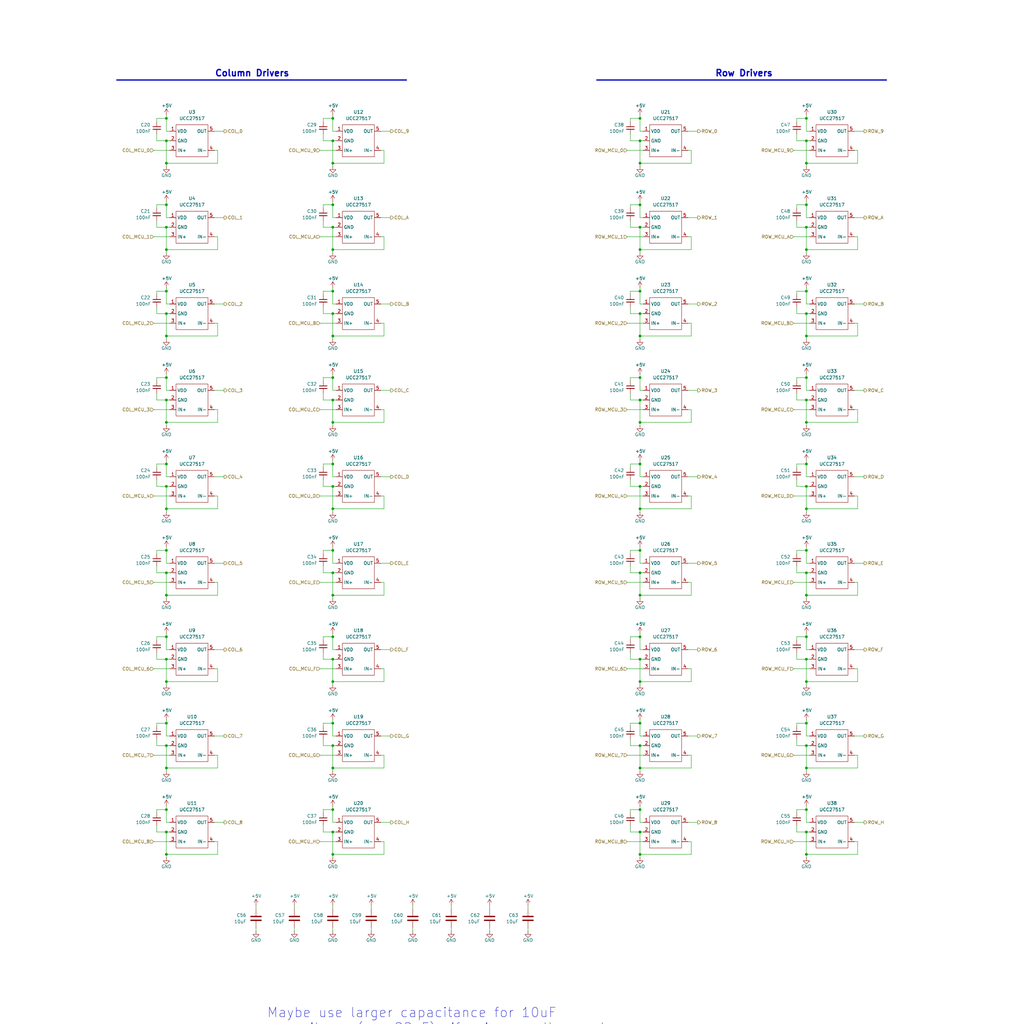
<source format=kicad_sch>
(kicad_sch (version 20250114) (generator "eeschema") (generator_version "9.0")
  (paper "User" 406.4 406.4)
  (text "Column Drivers" (at 100.076 29.21 0) (effects (font (size 2.54 2.54) (thickness 0.508) (bold yes))))
  (text "Maybe use larger capacitance for 10uF \ncapacitors  (say 22uF)  if using smaller package \nsize components, e.g. 0402.  " (at 105.918 408.178 0) (effects (font (size 3.81 3.81)) (justify left)))
  (text "Row Drivers" (at 295.275 29.21 0) (effects (font (size 2.54 2.54) (thickness 0.508) (bold yes))))
  (junction (at 66.04 133.35))
  (junction (at 132.08 287.02))
  (junction (at 320.04 295.91))
  (junction (at 132.08 64.77))
  (junction (at 66.04 46.99))
  (junction (at 254 81.28))
  (junction (at 254 149.86))
  (junction (at 320.04 227.33))
  (junction (at 132.08 261.62))
  (junction (at 254 287.02))
  (junction (at 132.08 184.15))
  (junction (at 254 55.88))
  (junction (at 66.04 158.75))
  (junction (at 254 158.75))
  (junction (at 254 124.46))
  (junction (at 66.04 339.09))
  (junction (at 66.04 270.51))
  (junction (at 66.04 193.04))
  (junction (at 66.04 90.17))
  (junction (at 320.04 270.51))
  (junction (at 66.04 149.86))
  (junction (at 320.04 55.88))
  (junction (at 254 295.91))
  (junction (at 66.04 330.2))
  (junction (at 254 115.57))
  (junction (at 66.04 321.31))
  (junction (at 66.04 124.46))
  (junction (at 320.04 184.15))
  (junction (at 320.04 252.73))
  (junction (at 66.04 287.02))
  (junction (at 320.04 149.86))
  (junction (at 254 252.73))
  (junction (at 132.08 149.86))
  (junction (at 320.04 158.75))
  (junction (at 320.04 261.62))
  (junction (at 132.08 252.73))
  (junction (at 66.04 81.28))
  (junction (at 132.08 201.93))
  (junction (at 132.08 55.88))
  (junction (at 320.04 133.35))
  (junction (at 66.04 201.93))
  (junction (at 254 99.06))
  (junction (at 132.08 133.35))
  (junction (at 254 227.33))
  (junction (at 254 64.77))
  (junction (at 132.08 115.57))
  (junction (at 320.04 124.46))
  (junction (at 132.08 270.51))
  (junction (at 66.04 252.73))
  (junction (at 66.04 55.88))
  (junction (at 132.08 304.8))
  (junction (at 320.04 304.8))
  (junction (at 66.04 115.57))
  (junction (at 320.04 81.28))
  (junction (at 132.08 330.2))
  (junction (at 132.08 167.64))
  (junction (at 254 339.09))
  (junction (at 254 90.17))
  (junction (at 320.04 64.77))
  (junction (at 320.04 99.06))
  (junction (at 132.08 90.17))
  (junction (at 132.08 46.99))
  (junction (at 320.04 321.31))
  (junction (at 132.08 81.28))
  (junction (at 66.04 99.06))
  (junction (at 320.04 218.44))
  (junction (at 66.04 218.44))
  (junction (at 254 330.2))
  (junction (at 254 261.62))
  (junction (at 66.04 184.15))
  (junction (at 132.08 158.75))
  (junction (at 132.08 227.33))
  (junction (at 320.04 167.64))
  (junction (at 320.04 330.2))
  (junction (at 132.08 236.22))
  (junction (at 132.08 193.04))
  (junction (at 254 193.04))
  (junction (at 254 201.93))
  (junction (at 66.04 236.22))
  (junction (at 254 133.35))
  (junction (at 254 167.64))
  (junction (at 320.04 115.57))
  (junction (at 254 184.15))
  (junction (at 66.04 167.64))
  (junction (at 320.04 193.04))
  (junction (at 254 270.51))
  (junction (at 66.04 261.62))
  (junction (at 320.04 236.22))
  (junction (at 66.04 64.77))
  (junction (at 320.04 90.17))
  (junction (at 66.04 295.91))
  (junction (at 132.08 295.91))
  (junction (at 132.08 218.44))
  (junction (at 66.04 304.8))
  (junction (at 320.04 287.02))
  (junction (at 132.08 99.06))
  (junction (at 320.04 339.09))
  (junction (at 132.08 339.09))
  (junction (at 254 46.99))
  (junction (at 320.04 201.93))
  (junction (at 320.04 46.99))
  (junction (at 66.04 227.33))
  (junction (at 132.08 124.46))
  (junction (at 254 304.8))
  (junction (at 132.08 321.31))
  (junction (at 254 236.22))
  (junction (at 254 321.31))
  (junction (at 254 218.44))
  (wire (pts (xy 66.04 339.09) (xy 86.36 339.09)))
  (wire (pts (xy 128.27 259.08) (xy 128.27 261.62)))
  (wire (pts (xy 66.04 124.46) (xy 66.04 133.35)))
  (wire (pts (xy 132.08 64.77) (xy 132.08 66.04)))
  (wire (pts (xy 66.04 167.64) (xy 66.04 168.91)))
  (wire (pts (xy 320.04 193.04) (xy 321.31 193.04)))
  (wire (pts (xy 60.96 265.43) (xy 67.31 265.43)))
  (wire (pts (xy 179.07 368.3) (xy 179.07 369.57)))
  (wire (pts (xy 254 64.77) (xy 274.32 64.77)))
  (wire (pts (xy 66.04 86.36) (xy 67.31 86.36)))
  (wire (pts (xy 132.08 223.52) (xy 133.35 223.52)))
  (wire (pts (xy 66.04 99.06) (xy 66.04 100.33)))
  (wire (pts (xy 274.32 334.01) (xy 274.32 339.09)))
  (wire (pts (xy 340.36 265.43) (xy 340.36 270.51)))
  (wire (pts (xy 339.09 189.23) (xy 342.9 189.23)))
  (wire (pts (xy 320.04 55.88) (xy 320.04 64.77)))
  (wire (pts (xy 132.08 115.57) (xy 132.08 120.65)))
  (wire (pts (xy 66.04 257.81) (xy 67.31 257.81)))
  (wire (pts (xy 86.36 93.98) (xy 86.36 99.06)))
  (wire (pts (xy 250.19 124.46) (xy 254 124.46)))
  (wire (pts (xy 128.27 121.92) (xy 128.27 124.46)))
  (wire (pts (xy 62.23 53.34) (xy 62.23 55.88)))
  (wire (pts (xy 132.08 193.04) (xy 132.08 201.93)))
  (wire (pts (xy 320.04 251.46) (xy 320.04 252.73)))
  (wire (pts (xy 320.04 295.91) (xy 321.31 295.91)))
  (wire (pts (xy 128.27 156.21) (xy 128.27 158.75)))
  (wire (pts (xy 85.09 196.85) (xy 86.36 196.85)))
  (wire (pts (xy 340.36 59.69) (xy 340.36 64.77)))
  (wire (pts (xy 254 55.88) (xy 255.27 55.88)))
  (wire (pts (xy 250.19 193.04) (xy 254 193.04)))
  (wire (pts (xy 62.23 156.21) (xy 62.23 158.75)))
  (wire (pts (xy 320.04 149.86) (xy 320.04 154.94)))
  (wire (pts (xy 132.08 80.01) (xy 132.08 81.28)))
  (wire (pts (xy 320.04 124.46) (xy 320.04 133.35)))
  (wire (pts (xy 66.04 217.17) (xy 66.04 218.44)))
  (wire (pts (xy 254 201.93) (xy 254 203.2)))
  (wire (pts (xy 128.27 322.58) (xy 128.27 321.31)))
  (wire (pts (xy 132.08 257.81) (xy 133.35 257.81)))
  (wire (pts (xy 316.23 46.99) (xy 320.04 46.99)))
  (wire (pts (xy 128.27 287.02) (xy 132.08 287.02)))
  (wire (pts (xy 128.27 151.13) (xy 128.27 149.86)))
  (wire (pts (xy 250.19 121.92) (xy 250.19 124.46)))
  (wire (pts (xy 314.96 265.43) (xy 321.31 265.43)))
  (wire (pts (xy 128.27 115.57) (xy 132.08 115.57)))
  (wire (pts (xy 316.23 321.31) (xy 320.04 321.31)))
  (wire (pts (xy 316.23 184.15) (xy 320.04 184.15)))
  (wire (pts (xy 62.23 287.02) (xy 66.04 287.02)))
  (wire (pts (xy 62.23 288.29) (xy 62.23 287.02)))
  (wire (pts (xy 320.04 320.04) (xy 320.04 321.31)))
  (wire (pts (xy 254 124.46) (xy 254 133.35)))
  (wire (pts (xy 320.04 182.88) (xy 320.04 184.15)))
  (wire (pts (xy 86.36 299.72) (xy 86.36 304.8)))
  (wire (pts (xy 60.96 128.27) (xy 67.31 128.27)))
  (wire (pts (xy 254 227.33) (xy 254 236.22)))
  (wire (pts (xy 85.09 334.01) (xy 86.36 334.01)))
  (wire (pts (xy 320.04 148.59) (xy 320.04 149.86)))
  (wire (pts (xy 151.13 292.1) (xy 154.94 292.1)))
  (wire (pts (xy 62.23 327.66) (xy 62.23 330.2)))
  (wire (pts (xy 254 99.06) (xy 274.32 99.06)))
  (wire (pts (xy 132.08 236.22) (xy 152.4 236.22)))
  (wire (pts (xy 254 261.62) (xy 254 270.51)))
  (wire (pts (xy 66.04 270.51) (xy 66.04 271.78)))
  (wire (pts (xy 132.08 270.51) (xy 152.4 270.51)))
  (wire (pts (xy 320.04 64.77) (xy 340.36 64.77)))
  (wire (pts (xy 86.36 128.27) (xy 86.36 133.35)))
  (wire (pts (xy 132.08 90.17) (xy 133.35 90.17)))
  (wire (pts (xy 60.96 231.14) (xy 67.31 231.14)))
  (wire (pts (xy 132.08 252.73) (xy 132.08 257.81)))
  (wire (pts (xy 340.36 162.56) (xy 340.36 167.64)))
  (wire (pts (xy 320.04 201.93) (xy 320.04 203.2)))
  (wire (pts (xy 62.23 322.58) (xy 62.23 321.31)))
  (wire (pts (xy 339.09 326.39) (xy 342.9 326.39)))
  (wire (pts (xy 66.04 81.28) (xy 66.04 86.36)))
  (wire (pts (xy 320.04 80.01) (xy 320.04 81.28)))
  (wire (pts (xy 320.04 64.77) (xy 320.04 66.04)))
  (wire (pts (xy 316.23 227.33) (xy 320.04 227.33)))
  (wire (pts (xy 127 59.69) (xy 133.35 59.69)))
  (wire (pts (xy 274.32 128.27) (xy 274.32 133.35)))
  (wire (pts (xy 132.08 45.72) (xy 132.08 46.99)))
  (wire (pts (xy 85.09 265.43) (xy 86.36 265.43)))
  (wire (pts (xy 248.92 128.27) (xy 255.27 128.27)))
  (wire (pts (xy 62.23 190.5) (xy 62.23 193.04)))
  (wire (pts (xy 66.04 148.59) (xy 66.04 149.86)))
  (wire (pts (xy 273.05 326.39) (xy 276.86 326.39)))
  (wire (pts (xy 132.08 46.99) (xy 132.08 52.07)))
  (wire (pts (xy 320.04 292.1) (xy 321.31 292.1)))
  (wire (pts (xy 128.27 190.5) (xy 128.27 193.04)))
  (wire (pts (xy 320.04 115.57) (xy 320.04 120.65)))
  (wire (pts (xy 128.27 87.63) (xy 128.27 90.17)))
  (wire (pts (xy 340.36 196.85) (xy 340.36 201.93)))
  (wire (pts (xy 320.04 158.75) (xy 321.31 158.75)))
  (wire (pts (xy 85.09 162.56) (xy 86.36 162.56)))
  (wire (pts (xy 254 182.88) (xy 254 184.15)))
  (wire (pts (xy 66.04 218.44) (xy 66.04 223.52)))
  (wire (pts (xy 60.96 93.98) (xy 67.31 93.98)))
  (wire (pts (xy 62.23 46.99) (xy 66.04 46.99)))
  (wire (pts (xy 250.19 261.62) (xy 254 261.62)))
  (wire (pts (xy 273.05 257.81) (xy 276.86 257.81)))
  (wire (pts (xy 66.04 64.77) (xy 66.04 66.04)))
  (wire (pts (xy 254 261.62) (xy 255.27 261.62)))
  (wire (pts (xy 66.04 304.8) (xy 86.36 304.8)))
  (wire (pts (xy 316.23 149.86) (xy 320.04 149.86)))
  (wire (pts (xy 320.04 295.91) (xy 320.04 304.8)))
  (wire (pts (xy 85.09 86.36) (xy 88.9 86.36)))
  (wire (pts (xy 254 114.3) (xy 254 115.57)))
  (wire (pts (xy 254 149.86) (xy 254 154.94)))
  (wire (pts (xy 66.04 326.39) (xy 67.31 326.39)))
  (wire (pts (xy 132.08 292.1) (xy 133.35 292.1)))
  (wire (pts (xy 66.04 339.09) (xy 66.04 340.36)))
  (wire (pts (xy 316.23 48.26) (xy 316.23 46.99)))
  (wire (pts (xy 132.08 227.33) (xy 133.35 227.33)))
  (wire (pts (xy 273.05 93.98) (xy 274.32 93.98)))
  (wire (pts (xy 132.08 81.28) (xy 132.08 86.36)))
  (wire (pts (xy 152.4 93.98) (xy 152.4 99.06)))
  (wire (pts (xy 101.6 359.41) (xy 101.6 360.68)))
  (wire (pts (xy 85.09 120.65) (xy 88.9 120.65)))
  (wire (pts (xy 320.04 287.02) (xy 320.04 292.1)))
  (wire (pts (xy 147.32 359.41) (xy 147.32 360.68)))
  (wire (pts (xy 85.09 93.98) (xy 86.36 93.98)))
  (wire (pts (xy 152.4 59.69) (xy 152.4 64.77)))
  (wire (pts (xy 316.23 322.58) (xy 316.23 321.31)))
  (wire (pts (xy 320.04 45.72) (xy 320.04 46.99)))
  (wire (pts (xy 85.09 326.39) (xy 88.9 326.39)))
  (wire (pts (xy 248.92 196.85) (xy 255.27 196.85)))
  (wire (pts (xy 254 133.35) (xy 254 134.62)))
  (wire (pts (xy 66.04 295.91) (xy 67.31 295.91)))
  (wire (pts (xy 132.08 133.35) (xy 132.08 134.62)))
  (wire (pts (xy 320.04 339.09) (xy 320.04 340.36)))
  (wire (pts (xy 254 80.01) (xy 254 81.28)))
  (wire (pts (xy 248.92 334.01) (xy 255.27 334.01)))
  (wire (pts (xy 273.05 231.14) (xy 274.32 231.14)))
  (wire (pts (xy 151.13 265.43) (xy 152.4 265.43)))
  (wire (pts (xy 128.27 288.29) (xy 128.27 287.02)))
  (wire (pts (xy 60.96 334.01) (xy 67.31 334.01)))
  (wire (pts (xy 250.19 46.99) (xy 254 46.99)))
  (wire (pts (xy 66.04 201.93) (xy 86.36 201.93)))
  (wire (pts (xy 339.09 257.81) (xy 342.9 257.81)))
  (wire (pts (xy 62.23 330.2) (xy 66.04 330.2)))
  (wire (pts (xy 320.04 120.65) (xy 321.31 120.65)))
  (wire (pts (xy 320.04 133.35) (xy 320.04 134.62)))
  (wire (pts (xy 132.08 184.15) (xy 132.08 189.23)))
  (wire (pts (xy 250.19 254) (xy 250.19 252.73)))
  (wire (pts (xy 132.08 182.88) (xy 132.08 184.15)))
  (wire (pts (xy 127 93.98) (xy 133.35 93.98)))
  (wire (pts (xy 250.19 116.84) (xy 250.19 115.57)))
  (wire (pts (xy 320.04 321.31) (xy 320.04 326.39)))
  (wire (pts (xy 339.09 120.65) (xy 342.9 120.65)))
  (wire (pts (xy 254 167.64) (xy 254 168.91)))
  (wire (pts (xy 132.08 120.65) (xy 133.35 120.65)))
  (wire (pts (xy 273.05 52.07) (xy 276.86 52.07)))
  (wire (pts (xy 128.27 185.42) (xy 128.27 184.15)))
  (wire (pts (xy 66.04 158.75) (xy 67.31 158.75)))
  (wire (pts (xy 320.04 201.93) (xy 340.36 201.93)))
  (wire (pts (xy 132.08 330.2) (xy 132.08 339.09)))
  (wire (pts (xy 320.04 90.17) (xy 321.31 90.17)))
  (wire (pts (xy 254 120.65) (xy 255.27 120.65)))
  (wire (pts (xy 320.04 252.73) (xy 320.04 257.81)))
  (wire (pts (xy 132.08 114.3) (xy 132.08 115.57)))
  (wire (pts (xy 179.07 359.41) (xy 179.07 360.68)))
  (wire (pts (xy 66.04 223.52) (xy 67.31 223.52)))
  (wire (pts (xy 132.08 64.77) (xy 152.4 64.77)))
  (wire (pts (xy 250.19 252.73) (xy 254 252.73)))
  (wire (pts (xy 62.23 293.37) (xy 62.23 295.91)))
  (wire (pts (xy 339.09 52.07) (xy 342.9 52.07)))
  (polyline (pts (xy 236.855 31.75) (xy 351.79 31.75)) (stroke (width 0.508) (type solid)))
  (wire (pts (xy 132.08 339.09) (xy 132.08 340.36)))
  (wire (pts (xy 316.23 327.66) (xy 316.23 330.2)))
  (wire (pts (xy 66.04 261.62) (xy 66.04 270.51)))
  (wire (pts (xy 316.23 185.42) (xy 316.23 184.15)))
  (wire (pts (xy 151.13 196.85) (xy 152.4 196.85)))
  (wire (pts (xy 273.05 154.94) (xy 276.86 154.94)))
  (wire (pts (xy 66.04 236.22) (xy 86.36 236.22)))
  (wire (pts (xy 66.04 120.65) (xy 67.31 120.65)))
  (wire (pts (xy 316.23 252.73) (xy 320.04 252.73)))
  (wire (pts (xy 320.04 55.88) (xy 321.31 55.88)))
  (wire (pts (xy 128.27 124.46) (xy 132.08 124.46)))
  (wire (pts (xy 128.27 193.04) (xy 132.08 193.04)))
  (wire (pts (xy 254 81.28) (xy 254 86.36)))
  (wire (pts (xy 66.04 167.64) (xy 86.36 167.64)))
  (wire (pts (xy 273.05 223.52) (xy 276.86 223.52)))
  (wire (pts (xy 66.04 285.75) (xy 66.04 287.02)))
  (wire (pts (xy 320.04 223.52) (xy 321.31 223.52)))
  (wire (pts (xy 132.08 149.86) (xy 132.08 154.94)))
  (wire (pts (xy 250.19 48.26) (xy 250.19 46.99)))
  (wire (pts (xy 273.05 189.23) (xy 276.86 189.23)))
  (wire (pts (xy 132.08 339.09) (xy 152.4 339.09)))
  (wire (pts (xy 128.27 82.55) (xy 128.27 81.28)))
  (wire (pts (xy 62.23 115.57) (xy 66.04 115.57)))
  (wire (pts (xy 152.4 231.14) (xy 152.4 236.22)))
  (wire (pts (xy 66.04 261.62) (xy 67.31 261.62)))
  (wire (pts (xy 62.23 254) (xy 62.23 252.73)))
  (wire (pts (xy 86.36 59.69) (xy 86.36 64.77)))
  (wire (pts (xy 320.04 261.62) (xy 321.31 261.62)))
  (wire (pts (xy 320.04 167.64) (xy 340.36 167.64)))
  (wire (pts (xy 66.04 158.75) (xy 66.04 167.64)))
  (wire (pts (xy 316.23 219.71) (xy 316.23 218.44)))
  (wire (pts (xy 152.4 299.72) (xy 152.4 304.8)))
  (wire (pts (xy 320.04 90.17) (xy 320.04 99.06)))
  (wire (pts (xy 128.27 116.84) (xy 128.27 115.57)))
  (wire (pts (xy 127 162.56) (xy 133.35 162.56)))
  (wire (pts (xy 320.04 339.09) (xy 340.36 339.09)))
  (wire (pts (xy 274.32 265.43) (xy 274.32 270.51)))
  (wire (pts (xy 132.08 99.06) (xy 152.4 99.06)))
  (wire (pts (xy 132.08 270.51) (xy 132.08 271.78)))
  (wire (pts (xy 254 223.52) (xy 255.27 223.52)))
  (wire (pts (xy 66.04 124.46) (xy 67.31 124.46)))
  (wire (pts (xy 254 193.04) (xy 254 201.93)))
  (wire (pts (xy 273.05 299.72) (xy 274.32 299.72)))
  (wire (pts (xy 250.19 288.29) (xy 250.19 287.02)))
  (wire (pts (xy 316.23 295.91) (xy 320.04 295.91)))
  (wire (pts (xy 339.09 231.14) (xy 340.36 231.14)))
  (wire (pts (xy 316.23 156.21) (xy 316.23 158.75)))
  (wire (pts (xy 320.04 193.04) (xy 320.04 201.93)))
  (wire (pts (xy 320.04 154.94) (xy 321.31 154.94)))
  (wire (pts (xy 128.27 254) (xy 128.27 252.73)))
  (wire (pts (xy 248.92 299.72) (xy 255.27 299.72)))
  (wire (pts (xy 254 285.75) (xy 254 287.02)))
  (wire (pts (xy 273.05 334.01) (xy 274.32 334.01)))
  (wire (pts (xy 66.04 52.07) (xy 67.31 52.07)))
  (wire (pts (xy 254 45.72) (xy 254 46.99)))
  (wire (pts (xy 254 292.1) (xy 255.27 292.1)))
  (wire (pts (xy 132.08 285.75) (xy 132.08 287.02)))
  (wire (pts (xy 254 86.36) (xy 255.27 86.36)))
  (wire (pts (xy 254 330.2) (xy 255.27 330.2)))
  (wire (pts (xy 320.04 167.64) (xy 320.04 168.91)))
  (wire (pts (xy 273.05 128.27) (xy 274.32 128.27)))
  (wire (pts (xy 132.08 295.91) (xy 133.35 295.91)))
  (wire (pts (xy 248.92 231.14) (xy 255.27 231.14)))
  (wire (pts (xy 132.08 368.3) (xy 132.08 369.57)))
  (wire (pts (xy 316.23 259.08) (xy 316.23 261.62)))
  (wire (pts (xy 320.04 46.99) (xy 320.04 52.07)))
  (wire (pts (xy 151.13 59.69) (xy 152.4 59.69)))
  (wire (pts (xy 60.96 59.69) (xy 67.31 59.69)))
  (wire (pts (xy 132.08 133.35) (xy 152.4 133.35)))
  (wire (pts (xy 316.23 224.79) (xy 316.23 227.33)))
  (wire (pts (xy 116.84 359.41) (xy 116.84 360.68)))
  (wire (pts (xy 62.23 151.13) (xy 62.23 149.86)))
  (wire (pts (xy 127 299.72) (xy 133.35 299.72)))
  (wire (pts (xy 132.08 287.02) (xy 132.08 292.1)))
  (wire (pts (xy 314.96 162.56) (xy 321.31 162.56)))
  (wire (pts (xy 316.23 287.02) (xy 320.04 287.02)))
  (wire (pts (xy 132.08 189.23) (xy 133.35 189.23)))
  (wire (pts (xy 66.04 193.04) (xy 67.31 193.04)))
  (wire (pts (xy 66.04 64.77) (xy 86.36 64.77)))
  (polyline (pts (xy 46.355 31.75) (xy 161.29 31.75)) (stroke (width 0.508) (type solid)))
  (wire (pts (xy 250.19 321.31) (xy 254 321.31)))
  (wire (pts (xy 320.04 189.23) (xy 321.31 189.23)))
  (wire (pts (xy 152.4 128.27) (xy 152.4 133.35)))
  (wire (pts (xy 316.23 293.37) (xy 316.23 295.91)))
  (wire (pts (xy 254 184.15) (xy 254 189.23)))
  (wire (pts (xy 62.23 295.91) (xy 66.04 295.91)))
  (wire (pts (xy 314.96 196.85) (xy 321.31 196.85)))
  (wire (pts (xy 320.04 86.36) (xy 321.31 86.36)))
  (wire (pts (xy 340.36 334.01) (xy 340.36 339.09)))
  (wire (pts (xy 339.09 223.52) (xy 342.9 223.52)))
  (wire (pts (xy 151.13 93.98) (xy 152.4 93.98)))
  (wire (pts (xy 250.19 115.57) (xy 254 115.57)))
  (wire (pts (xy 128.27 46.99) (xy 132.08 46.99)))
  (wire (pts (xy 86.36 231.14) (xy 86.36 236.22)))
  (wire (pts (xy 128.27 218.44) (xy 132.08 218.44)))
  (wire (pts (xy 127 334.01) (xy 133.35 334.01)))
  (wire (pts (xy 254 236.22) (xy 274.32 236.22)))
  (wire (pts (xy 163.83 359.41) (xy 163.83 360.68)))
  (wire (pts (xy 339.09 93.98) (xy 340.36 93.98)))
  (wire (pts (xy 250.19 295.91) (xy 254 295.91)))
  (wire (pts (xy 66.04 55.88) (xy 66.04 64.77)))
  (wire (pts (xy 320.04 330.2) (xy 320.04 339.09)))
  (wire (pts (xy 320.04 227.33) (xy 321.31 227.33)))
  (wire (pts (xy 62.23 193.04) (xy 66.04 193.04)))
  (wire (pts (xy 66.04 251.46) (xy 66.04 252.73)))
  (wire (pts (xy 254 55.88) (xy 254 64.77)))
  (wire (pts (xy 254 46.99) (xy 254 52.07)))
  (wire (pts (xy 128.27 295.91) (xy 132.08 295.91)))
  (wire (pts (xy 254 124.46) (xy 255.27 124.46)))
  (wire (pts (xy 320.04 330.2) (xy 321.31 330.2)))
  (wire (pts (xy 254 236.22) (xy 254 237.49)))
  (wire (pts (xy 250.19 184.15) (xy 254 184.15)))
  (wire (pts (xy 128.27 293.37) (xy 128.27 295.91)))
  (wire (pts (xy 320.04 99.06) (xy 320.04 100.33)))
  (wire (pts (xy 316.23 82.55) (xy 316.23 81.28)))
  (wire (pts (xy 254 339.09) (xy 254 340.36)))
  (wire (pts (xy 86.36 334.01) (xy 86.36 339.09)))
  (wire (pts (xy 250.19 87.63) (xy 250.19 90.17)))
  (wire (pts (xy 254 330.2) (xy 254 339.09)))
  (wire (pts (xy 254 304.8) (xy 254 306.07)))
  (wire (pts (xy 314.96 128.27) (xy 321.31 128.27)))
  (wire (pts (xy 66.04 154.94) (xy 67.31 154.94)))
  (wire (pts (xy 254 148.59) (xy 254 149.86)))
  (wire (pts (xy 132.08 217.17) (xy 132.08 218.44)))
  (wire (pts (xy 316.23 116.84) (xy 316.23 115.57)))
  (wire (pts (xy 340.36 128.27) (xy 340.36 133.35)))
  (wire (pts (xy 254 320.04) (xy 254 321.31)))
  (wire (pts (xy 320.04 52.07) (xy 321.31 52.07)))
  (wire (pts (xy 132.08 201.93) (xy 152.4 201.93)))
  (wire (pts (xy 254 167.64) (xy 274.32 167.64)))
  (wire (pts (xy 254 201.93) (xy 274.32 201.93)))
  (wire (pts (xy 339.09 154.94) (xy 342.9 154.94)))
  (wire (pts (xy 254 339.09) (xy 274.32 339.09)))
  (wire (pts (xy 62.23 55.88) (xy 66.04 55.88)))
  (wire (pts (xy 152.4 334.01) (xy 152.4 339.09)))
  (wire (pts (xy 66.04 46.99) (xy 66.04 52.07)))
  (wire (pts (xy 273.05 196.85) (xy 274.32 196.85)))
  (wire (pts (xy 339.09 265.43) (xy 340.36 265.43)))
  (wire (pts (xy 151.13 128.27) (xy 152.4 128.27)))
  (wire (pts (xy 62.23 87.63) (xy 62.23 90.17)))
  (wire (pts (xy 132.08 55.88) (xy 132.08 64.77)))
  (wire (pts (xy 66.04 149.86) (xy 66.04 154.94)))
  (wire (pts (xy 132.08 320.04) (xy 132.08 321.31)))
  (wire (pts (xy 274.32 59.69) (xy 274.32 64.77)))
  (wire (pts (xy 254 287.02) (xy 254 292.1)))
  (wire (pts (xy 250.19 322.58) (xy 250.19 321.31)))
  (wire (pts (xy 320.04 227.33) (xy 320.04 236.22)))
  (wire (pts (xy 132.08 158.75) (xy 133.35 158.75)))
  (wire (pts (xy 62.23 124.46) (xy 66.04 124.46)))
  (wire (pts (xy 66.04 182.88) (xy 66.04 184.15)))
  (wire (pts (xy 248.92 265.43) (xy 255.27 265.43)))
  (wire (pts (xy 85.09 231.14) (xy 86.36 231.14)))
  (wire (pts (xy 66.04 330.2) (xy 66.04 339.09)))
  (wire (pts (xy 320.04 257.81) (xy 321.31 257.81)))
  (wire (pts (xy 66.04 90.17) (xy 67.31 90.17)))
  (wire (pts (xy 132.08 236.22) (xy 132.08 237.49)))
  (wire (pts (xy 85.09 59.69) (xy 86.36 59.69)))
  (wire (pts (xy 66.04 80.01) (xy 66.04 81.28)))
  (wire (pts (xy 316.23 81.28) (xy 320.04 81.28)))
  (wire (pts (xy 132.08 261.62) (xy 132.08 270.51)))
  (wire (pts (xy 132.08 326.39) (xy 133.35 326.39)))
  (wire (pts (xy 132.08 55.88) (xy 133.35 55.88)))
  (wire (pts (xy 66.04 295.91) (xy 66.04 304.8)))
  (wire (pts (xy 339.09 86.36) (xy 342.9 86.36)))
  (wire (pts (xy 194.31 368.3) (xy 194.31 369.57)))
  (wire (pts (xy 316.23 193.04) (xy 320.04 193.04)))
  (wire (pts (xy 62.23 48.26) (xy 62.23 46.99)))
  (wire (pts (xy 254 90.17) (xy 255.27 90.17)))
  (wire (pts (xy 62.23 218.44) (xy 66.04 218.44)))
  (wire (pts (xy 254 218.44) (xy 254 223.52)))
  (wire (pts (xy 340.36 93.98) (xy 340.36 99.06)))
  (wire (pts (xy 62.23 158.75) (xy 66.04 158.75)))
  (wire (pts (xy 85.09 128.27) (xy 86.36 128.27)))
  (wire (pts (xy 254 158.75) (xy 254 167.64)))
  (wire (pts (xy 248.92 93.98) (xy 255.27 93.98)))
  (wire (pts (xy 194.31 359.41) (xy 194.31 360.68)))
  (wire (pts (xy 152.4 162.56) (xy 152.4 167.64)))
  (wire (pts (xy 86.36 196.85) (xy 86.36 201.93)))
  (wire (pts (xy 62.23 227.33) (xy 66.04 227.33)))
  (wire (pts (xy 85.09 189.23) (xy 88.9 189.23)))
  (wire (pts (xy 339.09 292.1) (xy 342.9 292.1)))
  (wire (pts (xy 250.19 151.13) (xy 250.19 149.86)))
  (wire (pts (xy 62.23 121.92) (xy 62.23 124.46)))
  (wire (pts (xy 66.04 45.72) (xy 66.04 46.99)))
  (wire (pts (xy 274.32 196.85) (xy 274.32 201.93)))
  (wire (pts (xy 254 52.07) (xy 255.27 52.07)))
  (wire (pts (xy 320.04 304.8) (xy 320.04 306.07)))
  (wire (pts (xy 147.32 368.3) (xy 147.32 369.57)))
  (wire (pts (xy 85.09 257.81) (xy 88.9 257.81)))
  (wire (pts (xy 250.19 293.37) (xy 250.19 295.91)))
  (wire (pts (xy 274.32 299.72) (xy 274.32 304.8)))
  (wire (pts (xy 128.27 90.17) (xy 132.08 90.17)))
  (wire (pts (xy 152.4 265.43) (xy 152.4 270.51)))
  (wire (pts (xy 128.27 184.15) (xy 132.08 184.15)))
  (wire (pts (xy 254 295.91) (xy 255.27 295.91)))
  (wire (pts (xy 250.19 81.28) (xy 254 81.28)))
  (wire (pts (xy 62.23 259.08) (xy 62.23 261.62)))
  (wire (pts (xy 85.09 154.94) (xy 88.9 154.94)))
  (wire (pts (xy 151.13 162.56) (xy 152.4 162.56)))
  (wire (pts (xy 274.32 93.98) (xy 274.32 99.06)))
  (wire (pts (xy 316.23 330.2) (xy 320.04 330.2)))
  (wire (pts (xy 151.13 231.14) (xy 152.4 231.14)))
  (wire (pts (xy 273.05 162.56) (xy 274.32 162.56)))
  (wire (pts (xy 66.04 114.3) (xy 66.04 115.57)))
  (wire (pts (xy 250.19 218.44) (xy 254 218.44)))
  (wire (pts (xy 132.08 304.8) (xy 152.4 304.8)))
  (wire (pts (xy 101.6 368.3) (xy 101.6 369.57)))
  (wire (pts (xy 250.19 53.34) (xy 250.19 55.88)))
  (wire (pts (xy 151.13 52.07) (xy 154.94 52.07)))
  (wire (pts (xy 320.04 158.75) (xy 320.04 167.64)))
  (wire (pts (xy 254 270.51) (xy 254 271.78)))
  (wire (pts (xy 128.27 327.66) (xy 128.27 330.2)))
  (wire (pts (xy 128.27 48.26) (xy 128.27 46.99)))
  (wire (pts (xy 320.04 114.3) (xy 320.04 115.57)))
  (wire (pts (xy 314.96 59.69) (xy 321.31 59.69)))
  (wire (pts (xy 254 321.31) (xy 254 326.39)))
  (wire (pts (xy 66.04 227.33) (xy 66.04 236.22)))
  (wire (pts (xy 339.09 334.01) (xy 340.36 334.01)))
  (wire (pts (xy 62.23 252.73) (xy 66.04 252.73)))
  (wire (pts (xy 320.04 270.51) (xy 340.36 270.51)))
  (wire (pts (xy 62.23 224.79) (xy 62.23 227.33)))
  (wire (pts (xy 132.08 148.59) (xy 132.08 149.86)))
  (wire (pts (xy 66.04 133.35) (xy 66.04 134.62)))
  (wire (pts (xy 254 217.17) (xy 254 218.44)))
  (wire (pts (xy 254 99.06) (xy 254 100.33)))
  (wire (pts (xy 128.27 149.86) (xy 132.08 149.86)))
  (wire (pts (xy 151.13 257.81) (xy 154.94 257.81)))
  (wire (pts (xy 254 90.17) (xy 254 99.06)))
  (wire (pts (xy 132.08 304.8) (xy 132.08 306.07)))
  (wire (pts (xy 151.13 299.72) (xy 152.4 299.72)))
  (wire (pts (xy 250.19 185.42) (xy 250.19 184.15)))
  (wire (pts (xy 339.09 196.85) (xy 340.36 196.85)))
  (wire (pts (xy 248.92 59.69) (xy 255.27 59.69)))
  (wire (pts (xy 250.19 90.17) (xy 254 90.17)))
  (wire (pts (xy 250.19 55.88) (xy 254 55.88)))
  (wire (pts (xy 66.04 321.31) (xy 66.04 326.39)))
  (wire (pts (xy 254 326.39) (xy 255.27 326.39)))
  (wire (pts (xy 316.23 115.57) (xy 320.04 115.57)))
  (wire (pts (xy 62.23 149.86) (xy 66.04 149.86)))
  (wire (pts (xy 128.27 261.62) (xy 132.08 261.62)))
  (wire (pts (xy 340.36 231.14) (xy 340.36 236.22)))
  (wire (pts (xy 62.23 185.42) (xy 62.23 184.15)))
  (wire (pts (xy 66.04 330.2) (xy 67.31 330.2)))
  (wire (pts (xy 86.36 162.56) (xy 86.36 167.64)))
  (wire (pts (xy 254 154.94) (xy 255.27 154.94)))
  (wire (pts (xy 128.27 81.28) (xy 132.08 81.28)))
  (wire (pts (xy 320.04 124.46) (xy 321.31 124.46)))
  (wire (pts (xy 254 64.77) (xy 254 66.04)))
  (wire (pts (xy 250.19 82.55) (xy 250.19 81.28)))
  (wire (pts (xy 66.04 189.23) (xy 67.31 189.23)))
  (wire (pts (xy 273.05 265.43) (xy 274.32 265.43)))
  (wire (pts (xy 316.23 151.13) (xy 316.23 149.86)))
  (wire (pts (xy 85.09 292.1) (xy 88.9 292.1)))
  (wire (pts (xy 132.08 124.46) (xy 133.35 124.46)))
  (wire (pts (xy 254 158.75) (xy 255.27 158.75)))
  (wire (pts (xy 132.08 99.06) (xy 132.08 100.33)))
  (wire (pts (xy 128.27 53.34) (xy 128.27 55.88)))
  (wire (pts (xy 132.08 227.33) (xy 132.08 236.22)))
  (wire (pts (xy 66.04 193.04) (xy 66.04 201.93)))
  (wire (pts (xy 314.96 231.14) (xy 321.31 231.14)))
  (wire (pts (xy 254 189.23) (xy 255.27 189.23)))
  (wire (pts (xy 250.19 259.08) (xy 250.19 261.62)))
  (wire (pts (xy 274.32 231.14) (xy 274.32 236.22)))
  (wire (pts (xy 340.36 299.72) (xy 340.36 304.8)))
  (wire (pts (xy 151.13 154.94) (xy 154.94 154.94)))
  (wire (pts (xy 151.13 189.23) (xy 154.94 189.23)))
  (wire (pts (xy 127 196.85) (xy 133.35 196.85)))
  (wire (pts (xy 316.23 87.63) (xy 316.23 90.17)))
  (wire (pts (xy 128.27 252.73) (xy 132.08 252.73)))
  (wire (pts (xy 128.27 224.79) (xy 128.27 227.33)))
  (wire (pts (xy 66.04 115.57) (xy 66.04 120.65)))
  (wire (pts (xy 62.23 90.17) (xy 66.04 90.17)))
  (wire (pts (xy 316.23 90.17) (xy 320.04 90.17)))
  (wire (pts (xy 127 265.43) (xy 133.35 265.43)))
  (wire (pts (xy 128.27 330.2) (xy 132.08 330.2)))
  (wire (pts (xy 314.96 299.72) (xy 321.31 299.72)))
  (wire (pts (xy 132.08 167.64) (xy 132.08 168.91)))
  (wire (pts (xy 132.08 321.31) (xy 132.08 326.39)))
  (wire (pts (xy 320.04 236.22) (xy 340.36 236.22)))
  (wire (pts (xy 250.19 327.66) (xy 250.19 330.2)))
  (wire (pts (xy 66.04 184.15) (xy 66.04 189.23)))
  (wire (pts (xy 320.04 133.35) (xy 340.36 133.35)))
  (wire (pts (xy 320.04 285.75) (xy 320.04 287.02)))
  (wire (pts (xy 316.23 190.5) (xy 316.23 193.04)))
  (wire (pts (xy 132.08 201.93) (xy 132.08 203.2)))
  (wire (pts (xy 339.09 128.27) (xy 340.36 128.27)))
  (wire (pts (xy 132.08 52.07) (xy 133.35 52.07)))
  (wire (pts (xy 273.05 86.36) (xy 276.86 86.36)))
  (wire (pts (xy 320.04 99.06) (xy 340.36 99.06)))
  (wire (pts (xy 60.96 162.56) (xy 67.31 162.56)))
  (wire (pts (xy 151.13 86.36) (xy 154.94 86.36)))
  (wire (pts (xy 320.04 218.44) (xy 320.04 223.52)))
  (wire (pts (xy 85.09 299.72) (xy 86.36 299.72)))
  (wire (pts (xy 316.23 158.75) (xy 320.04 158.75)))
  (wire (pts (xy 316.23 55.88) (xy 320.04 55.88)))
  (wire (pts (xy 151.13 326.39) (xy 154.94 326.39)))
  (wire (pts (xy 132.08 261.62) (xy 133.35 261.62)))
  (wire (pts (xy 62.23 219.71) (xy 62.23 218.44)))
  (wire (pts (xy 132.08 330.2) (xy 133.35 330.2)))
  (wire (pts (xy 320.04 217.17) (xy 320.04 218.44)))
  (wire (pts (xy 339.09 59.69) (xy 340.36 59.69)))
  (wire (pts (xy 254 193.04) (xy 255.27 193.04)))
  (wire (pts (xy 66.04 270.51) (xy 86.36 270.51)))
  (wire (pts (xy 66.04 287.02) (xy 66.04 292.1)))
  (wire (pts (xy 62.23 321.31) (xy 66.04 321.31)))
  (wire (pts (xy 66.04 292.1) (xy 67.31 292.1)))
  (wire (pts (xy 250.19 287.02) (xy 254 287.02)))
  (wire (pts (xy 254 115.57) (xy 254 120.65)))
  (wire (pts (xy 254 257.81) (xy 255.27 257.81)))
  (wire (pts (xy 209.55 368.3) (xy 209.55 369.57)))
  (wire (pts (xy 316.23 254) (xy 316.23 252.73)))
  (wire (pts (xy 85.09 52.07) (xy 88.9 52.07)))
  (wire (pts (xy 250.19 219.71) (xy 250.19 218.44)))
  (wire (pts (xy 132.08 158.75) (xy 132.08 167.64)))
  (wire (pts (xy 250.19 227.33) (xy 254 227.33)))
  (wire (pts (xy 66.04 133.35) (xy 86.36 133.35)))
  (wire (pts (xy 151.13 334.01) (xy 152.4 334.01)))
  (wire (pts (xy 314.96 334.01) (xy 321.31 334.01)))
  (wire (pts (xy 66.04 99.06) (xy 86.36 99.06)))
  (wire (pts (xy 248.92 162.56) (xy 255.27 162.56)))
  (wire (pts (xy 273.05 59.69) (xy 274.32 59.69)))
  (wire (pts (xy 316.23 124.46) (xy 320.04 124.46)))
  (wire (pts (xy 60.96 196.85) (xy 67.31 196.85)))
  (wire (pts (xy 314.96 93.98) (xy 321.31 93.98)))
  (wire (pts (xy 132.08 295.91) (xy 132.08 304.8)))
  (wire (pts (xy 250.19 190.5) (xy 250.19 193.04)))
  (wire (pts (xy 86.36 265.43) (xy 86.36 270.51)))
  (wire (pts (xy 62.23 261.62) (xy 66.04 261.62)))
  (wire (pts (xy 132.08 154.94) (xy 133.35 154.94)))
  (wire (pts (xy 132.08 193.04) (xy 133.35 193.04)))
  (wire (pts (xy 273.05 292.1) (xy 276.86 292.1)))
  (wire (pts (xy 127 128.27) (xy 133.35 128.27)))
  (wire (pts (xy 316.23 218.44) (xy 320.04 218.44)))
  (wire (pts (xy 320.04 326.39) (xy 321.31 326.39)))
  (wire (pts (xy 320.04 270.51) (xy 320.04 271.78)))
  (wire (pts (xy 132.08 167.64) (xy 152.4 167.64)))
  (wire (pts (xy 116.84 368.3) (xy 116.84 369.57)))
  (wire (pts (xy 128.27 321.31) (xy 132.08 321.31)))
  (wire (pts (xy 273.05 120.65) (xy 276.86 120.65)))
  (wire (pts (xy 316.23 53.34) (xy 316.23 55.88)))
  (wire (pts (xy 85.09 223.52) (xy 88.9 223.52)))
  (wire (pts (xy 250.19 149.86) (xy 254 149.86)))
  (wire (pts (xy 132.08 86.36) (xy 133.35 86.36)))
  (wire (pts (xy 132.08 359.41) (xy 132.08 360.68)))
  (wire (pts (xy 250.19 224.79) (xy 250.19 227.33)))
  (wire (pts (xy 66.04 227.33) (xy 67.31 227.33)))
  (wire (pts (xy 254 252.73) (xy 254 257.81)))
  (wire (pts (xy 151.13 223.52) (xy 154.94 223.52)))
  (wire (pts (xy 316.23 288.29) (xy 316.23 287.02)))
  (wire (pts (xy 128.27 158.75) (xy 132.08 158.75)))
  (wire (pts (xy 254 304.8) (xy 274.32 304.8)))
  (wire (pts (xy 66.04 55.88) (xy 67.31 55.88)))
  (wire (pts (xy 320.04 236.22) (xy 320.04 237.49)))
  (wire (pts (xy 132.08 124.46) (xy 132.08 133.35)))
  (wire (pts (xy 132.08 218.44) (xy 132.08 223.52)))
  (wire (pts (xy 66.04 90.17) (xy 66.04 99.06)))
  (wire (pts (xy 316.23 121.92) (xy 316.23 124.46)))
  (wire (pts (xy 320.04 304.8) (xy 340.36 304.8)))
  (wire (pts (xy 128.27 219.71) (xy 128.27 218.44)))
  (wire (pts (xy 66.04 201.93) (xy 66.04 203.2)))
  (wire (pts (xy 339.09 162.56) (xy 340.36 162.56)))
  (wire (pts (xy 132.08 251.46) (xy 132.08 252.73)))
  (wire (pts (xy 66.04 236.22) (xy 66.04 237.49)))
  (wire (pts (xy 128.27 227.33) (xy 132.08 227.33)))
  (wire (pts (xy 316.23 261.62) (xy 320.04 261.62)))
  (wire (pts (xy 60.96 299.72) (xy 67.31 299.72)))
  (wire (pts (xy 62.23 82.55) (xy 62.23 81.28)))
  (wire (pts (xy 62.23 116.84) (xy 62.23 115.57)))
  (wire (pts (xy 250.19 330.2) (xy 254 330.2)))
  (wire (pts (xy 66.04 252.73) (xy 66.04 257.81)))
  (wire (pts (xy 152.4 196.85) (xy 152.4 201.93)))
  (wire (pts (xy 254 227.33) (xy 255.27 227.33)))
  (wire (pts (xy 151.13 120.65) (xy 154.94 120.65)))
  (wire (pts (xy 320.04 184.15) (xy 320.04 189.23)))
  (wire (pts (xy 127 231.14) (xy 133.35 231.14)))
  (wire (pts (xy 339.09 299.72) (xy 340.36 299.72)))
  (wire (pts (xy 320.04 261.62) (xy 320.04 270.51)))
  (wire (pts (xy 254 270.51) (xy 274.32 270.51)))
  (wire (pts (xy 66.04 320.04) (xy 66.04 321.31)))
  (wire (pts (xy 320.04 81.28) (xy 320.04 86.36)))
  (wire (pts (xy 209.55 359.41) (xy 209.55 360.68)))
  (wire (pts (xy 250.19 158.75) (xy 254 158.75)))
  (wire (pts (xy 132.08 90.17) (xy 132.08 99.06)))
  (wire (pts (xy 66.04 304.8) (xy 66.04 306.07)))
  (wire (pts (xy 163.83 368.3) (xy 163.83 369.57)))
  (wire (pts (xy 62.23 184.15) (xy 66.04 184.15)))
  (wire (pts (xy 62.23 81.28) (xy 66.04 81.28)))
  (wire (pts (xy 250.19 156.21) (xy 250.19 158.75)))
  (wire (pts (xy 274.32 162.56) (xy 274.32 167.64)))
  (wire (pts (xy 254 251.46) (xy 254 252.73)))
  (wire (pts (xy 128.27 55.88) (xy 132.08 55.88)))
  (wire (pts (xy 254 133.35) (xy 274.32 133.35)))
  (wire (pts (xy 254 295.91) (xy 254 304.8)))
  (hierarchical_label "COL_MCU_6" (shape input) (at 60.96 265.43 180))
  (hierarchical_label "COL_0" (shape output) (at 88.9 52.07 0))
  (hierarchical_label "ROW_MCU_5" (shape input) (at 248.92 231.14 180))
  (hierarchical_label "COL_MCU_C" (shape input) (at 127 162.56 180))
  (hierarchical_label "COL_MCU_D" (shape input) (at 127 196.85 180))
  (hierarchical_label "COL_4" (shape output) (at 88.9 189.23 0))
  (hierarchical_label "ROW_MCU_G" (shape input) (at 314.96 299.72 180))
  (hierarchical_label "COL_MCU_8" (shape input) (at 60.96 334.01 180))
  (hierarchical_label "ROW_0" (shape output) (at 276.86 52.07 0))
  (hierarchical_label "ROW_6" (shape output) (at 276.86 257.81 0))
  (hierarchical_label "ROW_5" (shape output) (at 276.86 223.52 0))
  (hierarchical_label "COL_MCU_H" (shape input) (at 127 334.01 180))
  (hierarchical_label "ROW_MCU_4" (shape input) (at 248.92 196.85 180))
  (hierarchical_label "COL_6" (shape output) (at 88.9 257.81 0))
  (hierarchical_label "ROW_F" (shape output) (at 342.9 257.81 0))
  (hierarchical_label "ROW_H" (shape output) (at 342.9 326.39 0))
  (hierarchical_label "ROW_MCU_7" (shape input) (at 248.92 299.72 180))
  (hierarchical_label "COL_C" (shape output) (at 154.94 154.94 0))
  (hierarchical_label "COL_MCU_4" (shape input) (at 60.96 196.85 180))
  (hierarchical_label "ROW_9" (shape output) (at 342.9 52.07 0))
  (hierarchical_label "COL_MCU_3" (shape input) (at 60.96 162.56 180))
  (hierarchical_label "ROW_MCU_3" (shape input) (at 248.92 162.56 180))
  (hierarchical_label "COL_B" (shape output) (at 154.94 120.65 0))
  (hierarchical_label "COL_H" (shape output) (at 154.94 326.39 0))
  (hierarchical_label "COL_MCU_7" (shape input) (at 60.96 299.72 180))
  (hierarchical_label "ROW_A" (shape output) (at 342.9 86.36 0))
  (hierarchical_label "ROW_MCU_D" (shape input) (at 314.96 196.85 180))
  (hierarchical_label "ROW_8" (shape output) (at 276.86 326.39 0))
  (hierarchical_label "COL_A" (shape output) (at 154.94 86.36 0))
  (hierarchical_label "COL_9" (shape output) (at 154.94 52.07 0))
  (hierarchical_label "COL_MCU_1" (shape input) (at 60.96 93.98 180))
  (hierarchical_label "COL_G" (shape output) (at 154.94 292.1 0))
  (hierarchical_label "COL_5" (shape output) (at 88.9 223.52 0))
  (hierarchical_label "COL_MCU_F" (shape input) (at 127 265.43 180))
  (hierarchical_label "ROW_MCU_6" (shape input) (at 248.92 265.43 180))
  (hierarchical_label "COL_F" (shape output) (at 154.94 257.81 0))
  (hierarchical_label "COL_MCU_9" (shape input) (at 127 59.69 180))
  (hierarchical_label "ROW_C" (shape output) (at 342.9 154.94 0))
  (hierarchical_label "ROW_MCU_1" (shape input) (at 248.92 93.98 180))
  (hierarchical_label "COL_MCU_A" (shape input) (at 127 93.98 180))
  (hierarchical_label "ROW_G" (shape output) (at 342.9 292.1 0))
  (hierarchical_label "ROW_MCU_C" (shape input) (at 314.96 162.56 180))
  (hierarchical_label "COL_E" (shape output) (at 154.94 223.52 0))
  (hierarchical_label "COL_MCU_5" (shape input) (at 60.96 231.14 180))
  (hierarchical_label "ROW_MCU_8" (shape input) (at 248.92 334.01 180))
  (hierarchical_label "COL_MCU_B" (shape input) (at 127 128.27 180))
  (hierarchical_label "ROW_7" (shape output) (at 276.86 292.1 0))
  (hierarchical_label "COL_MCU_0" (shape input) (at 60.96 59.69 180))
  (hierarchical_label "COL_3" (shape output) (at 88.9 154.94 0))
  (hierarchical_label "COL_MCU_G" (shape input) (at 127 299.72 180))
  (hierarchical_label "ROW_MCU_F" (shape input) (at 314.96 265.43 180))
  (hierarchical_label "ROW_4" (shape output) (at 276.86 189.23 0))
  (hierarchical_label "COL_D" (shape output) (at 154.94 189.23 0))
  (hierarchical_label "ROW_MCU_B" (shape input) (at 314.96 128.27 180))
  (hierarchical_label "ROW_D" (shape output) (at 342.9 189.23 0))
  (hierarchical_label "ROW_MCU_A" (shape input) (at 314.96 93.98 180))
  (hierarchical_label "ROW_1" (shape output) (at 276.86 86.36 0))
  (hierarchical_label "ROW_MCU_H" (shape input) (at 314.96 334.01 180))
  (hierarchical_label "ROW_MCU_0" (shape input) (at 248.92 59.69 180))
  (hierarchical_label "COL_MCU_2" (shape input) (at 60.96 128.27 180))
  (hierarchical_label "ROW_2" (shape output) (at 276.86 120.65 0))
  (hierarchical_label "COL_1" (shape output) (at 88.9 86.36 0))
  (hierarchical_label "COL_MCU_E" (shape input) (at 127 231.14 180))
  (hierarchical_label "COL_2" (shape output) (at 88.9 120.65 0))
  (hierarchical_label "ROW_E" (shape output) (at 342.9 223.52 0))
  (hierarchical_label "ROW_MCU_E" (shape input) (at 314.96 231.14 180))
  (hierarchical_label "ROW_B" (shape output) (at 342.9 120.65 0))
  (hierarchical_label "ROW_3" (shape output) (at 276.86 154.94 0))
  (hierarchical_label "ROW_MCU_2" (shape input) (at 248.92 128.27 180))
  (hierarchical_label "COL_8" (shape output) (at 88.9 326.39 0))
  (hierarchical_label "ROW_MCU_9" (shape input) (at 314.96 59.69 180))
  (hierarchical_label "COL_7" (shape output) (at 88.9 292.1 0))
  (symbol (lib_id "power:GND") (at 132.08 66.04 0) (unit 1)
    (property "Reference" "#PWR040" (effects (hide yes)))
    (property "Value" "GND" (at 132.08 69.596 0))
    (property "Description" "Power symbol creates a global label with name \"GND\" , ground" (effects (hide yes)))
  )
  (symbol (lib_id "panel_custom:UCC27517") (at 76.2 295.91 0) (unit 1)
    (property "Reference" "U10" (at 76.2 284.48 0))
    (property "Value" "UCC27517" (at 76.2 287.02 0))
    (property "Footprint" "Package_TO_SOT_SMD:SOT-23-5" (effects (hide yes)))
  )
  (symbol (lib_id "power:+5V") (at 66.04 217.17 0) (mirror y) (unit 1)
    (property "Reference" "#PWR031" (effects (hide yes)))
    (property "Value" "+5V" (at 66.167 213.36 0))
  )
  (symbol (lib_id "Device:C_Small") (at 250.19 222.25 0) (mirror y) (unit 1)
    (property "Reference" "C43" (at 247.65 220.9862 0) (effects (justify left)))
    (property "Value" "100nF" (at 247.904 223.52 0) (effects (justify left)))
    (property "Footprint" "Capacitor_SMD:C_0201_0603Metric" (effects (hide yes)))
    (property "Description" "Unpolarized capacitor, small symbol" (effects (hide yes)))
  )
  (symbol (lib_id "power:GND") (at 320.04 306.07 0) (unit 1)
    (property "Reference" "#PWR090" (effects (hide yes)))
    (property "Value" "GND" (at 320.04 309.626 0))
    (property "Description" "Power symbol creates a global label with name \"GND\" , ground" (effects (hide yes)))
  )
  (symbol (lib_id "power:+5V") (at 254 285.75 0) (mirror y) (unit 1)
    (property "Reference" "#PWR071" (effects (hide yes)))
    (property "Value" "+5V" (at 254.127 281.94 0))
  )
  (symbol (lib_id "power:GND") (at 132.08 168.91 0) (unit 1)
    (property "Reference" "#PWR046" (effects (hide yes)))
    (property "Value" "GND" (at 132.08 172.466 0))
    (property "Description" "Power symbol creates a global label with name \"GND\" , ground" (effects (hide yes)))
  )
  (symbol (lib_id "power:GND") (at 66.04 66.04 0) (unit 1)
    (property "Reference" "#PWR022" (effects (hide yes)))
    (property "Value" "GND" (at 66.04 69.596 0))
    (property "Description" "Power symbol creates a global label with name \"GND\" , ground" (effects (hide yes)))
  )
  (symbol (lib_id "power:GND") (at 163.83 369.57 0) (unit 1)
    (property "Reference" "#PWR0102" (effects (hide yes)))
    (property "Value" "GND" (at 163.83 373.126 0))
    (property "Description" "Power symbol creates a global label with name \"GND\" , ground" (effects (hide yes)))
  )
  (symbol (lib_id "power:+5V") (at 101.6 359.41 0) (mirror y) (unit 1)
    (property "Reference" "#PWR093" (effects (hide yes)))
    (property "Value" "+5V" (at 101.727 355.6 0))
  )
  (symbol (lib_id "panel_custom:UCC27517") (at 330.2 193.04 0) (unit 1)
    (property "Reference" "U34" (at 330.2 181.61 0))
    (property "Value" "UCC27517" (at 330.2 184.15 0))
    (property "Footprint" "Package_TO_SOT_SMD:SOT-23-5" (effects (hide yes)))
  )
  (symbol (lib_id "power:GND") (at 132.08 237.49 0) (unit 1)
    (property "Reference" "#PWR050" (effects (hide yes)))
    (property "Value" "GND" (at 132.08 241.046 0))
    (property "Description" "Power symbol creates a global label with name \"GND\" , ground" (effects (hide yes)))
  )
  (symbol (lib_id "panel_custom:UCC27517") (at 264.16 90.17 0) (unit 1)
    (property "Reference" "U22" (at 264.16 78.74 0))
    (property "Value" "UCC27517" (at 264.16 81.28 0))
    (property "Footprint" "Package_TO_SOT_SMD:SOT-23-5" (effects (hide yes)))
  )
  (symbol (lib_id "power:+5V") (at 320.04 114.3 0) (mirror y) (unit 1)
    (property "Reference" "#PWR079" (effects (hide yes)))
    (property "Value" "+5V" (at 320.167 110.49 0))
  )
  (symbol (lib_id "power:+5V") (at 320.04 251.46 0) (mirror y) (unit 1)
    (property "Reference" "#PWR087" (effects (hide yes)))
    (property "Value" "+5V" (at 320.167 247.65 0))
  )
  (symbol (lib_id "power:GND") (at 254 271.78 0) (unit 1)
    (property "Reference" "#PWR070" (effects (hide yes)))
    (property "Value" "GND" (at 254 275.336 0))
    (property "Description" "Power symbol creates a global label with name \"GND\" , ground" (effects (hide yes)))
  )
  (symbol (lib_id "Device:C_Small") (at 128.27 153.67 0) (mirror y) (unit 1)
    (property "Reference" "C32" (at 125.73 152.4062 0) (effects (justify left)))
    (property "Value" "100nF" (at 125.984 154.94 0) (effects (justify left)))
    (property "Footprint" "Capacitor_SMD:C_0201_0603Metric" (effects (hide yes)))
    (property "Description" "Unpolarized capacitor, small symbol" (effects (hide yes)))
  )
  (symbol (lib_id "Device:C_Small") (at 250.19 85.09 0) (mirror y) (unit 1)
    (property "Reference" "C39" (at 247.65 83.8262 0) (effects (justify left)))
    (property "Value" "100nF" (at 247.904 86.36 0) (effects (justify left)))
    (property "Footprint" "Capacitor_SMD:C_0201_0603Metric" (effects (hide yes)))
    (property "Description" "Unpolarized capacitor, small symbol" (effects (hide yes)))
  )
  (symbol (lib_id "power:GND") (at 194.31 369.57 0) (unit 1)
    (property "Reference" "#PWR0106" (effects (hide yes)))
    (property "Value" "GND" (at 194.31 373.126 0))
    (property "Description" "Power symbol creates a global label with name \"GND\" , ground" (effects (hide yes)))
  )
  (symbol (lib_id "power:+5V") (at 132.08 251.46 0) (mirror y) (unit 1)
    (property "Reference" "#PWR051" (effects (hide yes)))
    (property "Value" "+5V" (at 132.207 247.65 0))
  )
  (symbol (lib_id "power:GND") (at 66.04 271.78 0) (unit 1)
    (property "Reference" "#PWR034" (effects (hide yes)))
    (property "Value" "GND" (at 66.04 275.336 0))
    (property "Description" "Power symbol creates a global label with name \"GND\" , ground" (effects (hide yes)))
  )
  (symbol (lib_id "power:+5V") (at 132.08 114.3 0) (mirror y) (unit 1)
    (property "Reference" "#PWR043" (effects (hide yes)))
    (property "Value" "+5V" (at 132.207 110.49 0))
  )
  (symbol (lib_id "Device:C") (at 163.83 364.49 0) (mirror y) (unit 1)
    (property "Reference" "C60" (at 160.02 363.2199 0) (effects (justify left)))
    (property "Value" "10uF" (at 160.02 365.7599 0) (effects (justify left)))
    (property "Footprint" "Capacitor_SMD:C_0402_1005Metric" (effects (hide yes)))
    (property "Description" "Unpolarized capacitor" (effects (hide yes)))
  )
  (symbol (lib_id "panel_custom:UCC27517") (at 142.24 295.91 0) (unit 1)
    (property "Reference" "U19" (at 142.24 284.48 0))
    (property "Value" "UCC27517" (at 142.24 287.02 0))
    (property "Footprint" "Package_TO_SOT_SMD:SOT-23-5" (effects (hide yes)))
  )
  (symbol (lib_id "power:GND") (at 101.6 369.57 0) (unit 1)
    (property "Reference" "#PWR094" (effects (hide yes)))
    (property "Value" "GND" (at 101.6 373.126 0))
    (property "Description" "Power symbol creates a global label with name \"GND\" , ground" (effects (hide yes)))
  )
  (symbol (lib_id "power:+5V") (at 254 182.88 0) (mirror y) (unit 1)
    (property "Reference" "#PWR065" (effects (hide yes)))
    (property "Value" "+5V" (at 254.127 179.07 0))
  )
  (symbol (lib_id "panel_custom:UCC27517") (at 330.2 330.2 0) (unit 1)
    (property "Reference" "U38" (at 330.2 318.77 0))
    (property "Value" "UCC27517" (at 330.2 321.31 0))
    (property "Footprint" "Package_TO_SOT_SMD:SOT-23-5" (effects (hide yes)))
  )
  (symbol (lib_id "power:GND") (at 147.32 369.57 0) (unit 1)
    (property "Reference" "#PWR0100" (effects (hide yes)))
    (property "Value" "GND" (at 147.32 373.126 0))
    (property "Description" "Power symbol creates a global label with name \"GND\" , ground" (effects (hide yes)))
  )
  (symbol (lib_id "power:+5V") (at 320.04 217.17 0) (mirror y) (unit 1)
    (property "Reference" "#PWR085" (effects (hide yes)))
    (property "Value" "+5V" (at 320.167 213.36 0))
  )
  (symbol (lib_id "power:+5V") (at 66.04 80.01 0) (mirror y) (unit 1)
    (property "Reference" "#PWR023" (effects (hide yes)))
    (property "Value" "+5V" (at 66.167 76.2 0))
  )
  (symbol (lib_id "power:+5V") (at 320.04 320.04 0) (mirror y) (unit 1)
    (property "Reference" "#PWR091" (effects (hide yes)))
    (property "Value" "+5V" (at 320.167 316.23 0))
  )
  (symbol (lib_id "power:+5V") (at 66.04 285.75 0) (mirror y) (unit 1)
    (property "Reference" "#PWR035" (effects (hide yes)))
    (property "Value" "+5V" (at 66.167 281.94 0))
  )
  (symbol (lib_id "power:+5V") (at 179.07 359.41 0) (mirror y) (unit 1)
    (property "Reference" "#PWR0103" (effects (hide yes)))
    (property "Value" "+5V" (at 179.197 355.6 0))
  )
  (symbol (lib_id "panel_custom:UCC27517") (at 76.2 124.46 0) (unit 1)
    (property "Reference" "U5" (at 76.2 113.03 0))
    (property "Value" "UCC27517" (at 76.2 115.57 0))
    (property "Footprint" "Package_TO_SOT_SMD:SOT-23-5" (effects (hide yes)))
  )
  (symbol (lib_id "power:GND") (at 254 203.2 0) (unit 1)
    (property "Reference" "#PWR066" (effects (hide yes)))
    (property "Value" "GND" (at 254 206.756 0))
    (property "Description" "Power symbol creates a global label with name \"GND\" , ground" (effects (hide yes)))
  )
  (symbol (lib_id "power:GND") (at 254 134.62 0) (unit 1)
    (property "Reference" "#PWR062" (effects (hide yes)))
    (property "Value" "GND" (at 254 138.176 0))
    (property "Description" "Power symbol creates a global label with name \"GND\" , ground" (effects (hide yes)))
  )
  (symbol (lib_id "power:+5V") (at 132.08 182.88 0) (mirror y) (unit 1)
    (property "Reference" "#PWR047" (effects (hide yes)))
    (property "Value" "+5V" (at 132.207 179.07 0))
  )
  (symbol (lib_id "Device:C_Small") (at 250.19 50.8 0) (mirror y) (unit 1)
    (property "Reference" "C38" (at 247.65 49.5362 0) (effects (justify left)))
    (property "Value" "100nF" (at 247.904 52.07 0) (effects (justify left)))
    (property "Footprint" "Capacitor_SMD:C_0201_0603Metric" (effects (hide yes)))
    (property "Description" "Unpolarized capacitor, small symbol" (effects (hide yes)))
  )
  (symbol (lib_id "Device:C") (at 101.6 364.49 0) (mirror y) (unit 1)
    (property "Reference" "C56" (at 97.79 363.2199 0) (effects (justify left)))
    (property "Value" "10uF" (at 97.79 365.7599 0) (effects (justify left)))
    (property "Footprint" "Capacitor_SMD:C_0402_1005Metric" (effects (hide yes)))
    (property "Description" "Unpolarized capacitor" (effects (hide yes)))
  )
  (symbol (lib_id "panel_custom:UCC27517") (at 264.16 227.33 0) (unit 1)
    (property "Reference" "U26" (at 264.16 215.9 0))
    (property "Value" "UCC27517" (at 264.16 218.44 0))
    (property "Footprint" "Package_TO_SOT_SMD:SOT-23-5" (effects (hide yes)))
  )
  (symbol (lib_id "power:GND") (at 320.04 203.2 0) (unit 1)
    (property "Reference" "#PWR084" (effects (hide yes)))
    (property "Value" "GND" (at 320.04 206.756 0))
    (property "Description" "Power symbol creates a global label with name \"GND\" , ground" (effects (hide yes)))
  )
  (symbol (lib_id "Device:C_Small") (at 128.27 187.96 0) (mirror y) (unit 1)
    (property "Reference" "C33" (at 125.73 186.6962 0) (effects (justify left)))
    (property "Value" "100nF" (at 125.984 189.23 0) (effects (justify left)))
    (property "Footprint" "Capacitor_SMD:C_0201_0603Metric" (effects (hide yes)))
    (property "Description" "Unpolarized capacitor, small symbol" (effects (hide yes)))
  )
  (symbol (lib_id "power:GND") (at 132.08 369.57 0) (unit 1)
    (property "Reference" "#PWR098" (effects (hide yes)))
    (property "Value" "GND" (at 132.08 373.126 0))
    (property "Description" "Power symbol creates a global label with name \"GND\" , ground" (effects (hide yes)))
  )
  (symbol (lib_id "Device:C_Small") (at 62.23 85.09 0) (mirror y) (unit 1)
    (property "Reference" "C21" (at 59.69 83.8262 0) (effects (justify left)))
    (property "Value" "100nF" (at 59.944 86.36 0) (effects (justify left)))
    (property "Footprint" "Capacitor_SMD:C_0201_0603Metric" (effects (hide yes)))
    (property "Description" "Unpolarized capacitor, small symbol" (effects (hide yes)))
  )
  (symbol (lib_id "panel_custom:UCC27517") (at 142.24 55.88 0) (unit 1)
    (property "Reference" "U12" (at 142.24 44.45 0))
    (property "Value" "UCC27517" (at 142.24 46.99 0))
    (property "Footprint" "Package_TO_SOT_SMD:SOT-23-5" (effects (hide yes)))
  )
  (symbol (lib_id "panel_custom:UCC27517") (at 330.2 90.17 0) (unit 1)
    (property "Reference" "U31" (at 330.2 78.74 0))
    (property "Value" "UCC27517" (at 330.2 81.28 0))
    (property "Footprint" "Package_TO_SOT_SMD:SOT-23-5" (effects (hide yes)))
  )
  (symbol (lib_id "panel_custom:UCC27517") (at 330.2 124.46 0) (unit 1)
    (property "Reference" "U32" (at 330.2 113.03 0))
    (property "Value" "UCC27517" (at 330.2 115.57 0))
    (property "Footprint" "Package_TO_SOT_SMD:SOT-23-5" (effects (hide yes)))
  )
  (symbol (lib_id "power:GND") (at 320.04 66.04 0) (unit 1)
    (property "Reference" "#PWR076" (effects (hide yes)))
    (property "Value" "GND" (at 320.04 69.596 0))
    (property "Description" "Power symbol creates a global label with name \"GND\" , ground" (effects (hide yes)))
  )
  (symbol (lib_id "power:GND") (at 254 100.33 0) (unit 1)
    (property "Reference" "#PWR060" (effects (hide yes)))
    (property "Value" "GND" (at 254 103.886 0))
    (property "Description" "Power symbol creates a global label with name \"GND\" , ground" (effects (hide yes)))
  )
  (symbol (lib_id "panel_custom:UCC27517") (at 264.16 295.91 0) (unit 1)
    (property "Reference" "U28" (at 264.16 284.48 0))
    (property "Value" "UCC27517" (at 264.16 287.02 0))
    (property "Footprint" "Package_TO_SOT_SMD:SOT-23-5" (effects (hide yes)))
  )
  (symbol (lib_id "power:GND") (at 66.04 168.91 0) (unit 1)
    (property "Reference" "#PWR028" (effects (hide yes)))
    (property "Value" "GND" (at 66.04 172.466 0))
    (property "Description" "Power symbol creates a global label with name \"GND\" , ground" (effects (hide yes)))
  )
  (symbol (lib_id "power:+5V") (at 132.08 359.41 0) (mirror y) (unit 1)
    (property "Reference" "#PWR097" (effects (hide yes)))
    (property "Value" "+5V" (at 132.207 355.6 0))
  )
  (symbol (lib_id "Device:C_Small") (at 62.23 256.54 0) (mirror y) (unit 1)
    (property "Reference" "C26" (at 59.69 255.2762 0) (effects (justify left)))
    (property "Value" "100nF" (at 59.944 257.81 0) (effects (justify left)))
    (property "Footprint" "Capacitor_SMD:C_0201_0603Metric" (effects (hide yes)))
    (property "Description" "Unpolarized capacitor, small symbol" (effects (hide yes)))
  )
  (symbol (lib_id "Device:C_Small") (at 62.23 119.38 0) (mirror y) (unit 1)
    (property "Reference" "C22" (at 59.69 118.1162 0) (effects (justify left)))
    (property "Value" "100nF" (at 59.944 120.65 0) (effects (justify left)))
    (property "Footprint" "Capacitor_SMD:C_0201_0603Metric" (effects (hide yes)))
    (property "Description" "Unpolarized capacitor, small symbol" (effects (hide yes)))
  )
  (symbol (lib_id "power:GND") (at 132.08 203.2 0) (unit 1)
    (property "Reference" "#PWR048" (effects (hide yes)))
    (property "Value" "GND" (at 132.08 206.756 0))
    (property "Description" "Power symbol creates a global label with name \"GND\" , ground" (effects (hide yes)))
  )
  (symbol (lib_id "panel_custom:UCC27517") (at 330.2 55.88 0) (unit 1)
    (property "Reference" "U30" (at 330.2 44.45 0))
    (property "Value" "UCC27517" (at 330.2 46.99 0))
    (property "Footprint" "Package_TO_SOT_SMD:SOT-23-5" (effects (hide yes)))
  )
  (symbol (lib_id "Device:C_Small") (at 316.23 119.38 0) (mirror y) (unit 1)
    (property "Reference" "C49" (at 313.69 118.1162 0) (effects (justify left)))
    (property "Value" "100nF" (at 313.944 120.65 0) (effects (justify left)))
    (property "Footprint" "Capacitor_SMD:C_0201_0603Metric" (effects (hide yes)))
    (property "Description" "Unpolarized capacitor, small symbol" (effects (hide yes)))
  )
  (symbol (lib_id "power:+5V") (at 320.04 80.01 0) (mirror y) (unit 1)
    (property "Reference" "#PWR077" (effects (hide yes)))
    (property "Value" "+5V" (at 320.167 76.2 0))
  )
  (symbol (lib_id "panel_custom:UCC27517") (at 330.2 158.75 0) (unit 1)
    (property "Reference" "U33" (at 330.2 147.32 0))
    (property "Value" "UCC27517" (at 330.2 149.86 0))
    (property "Footprint" "Package_TO_SOT_SMD:SOT-23-5" (effects (hide yes)))
  )
  (symbol (lib_id "Device:C_Small") (at 128.27 325.12 0) (mirror y) (unit 1)
    (property "Reference" "C37" (at 125.73 323.8562 0) (effects (justify left)))
    (property "Value" "100nF" (at 125.984 326.39 0) (effects (justify left)))
    (property "Footprint" "Capacitor_SMD:C_0201_0603Metric" (effects (hide yes)))
    (property "Description" "Unpolarized capacitor, small symbol" (effects (hide yes)))
  )
  (symbol (lib_id "power:GND") (at 66.04 134.62 0) (unit 1)
    (property "Reference" "#PWR026" (effects (hide yes)))
    (property "Value" "GND" (at 66.04 138.176 0))
    (property "Description" "Power symbol creates a global label with name \"GND\" , ground" (effects (hide yes)))
  )
  (symbol (lib_id "power:+5V") (at 163.83 359.41 0) (mirror y) (unit 1)
    (property "Reference" "#PWR0101" (effects (hide yes)))
    (property "Value" "+5V" (at 163.957 355.6 0))
  )
  (symbol (lib_id "Device:C_Small") (at 316.23 290.83 0) (mirror y) (unit 1)
    (property "Reference" "C54" (at 313.69 289.5662 0) (effects (justify left)))
    (property "Value" "100nF" (at 313.944 292.1 0) (effects (justify left)))
    (property "Footprint" "Capacitor_SMD:C_0201_0603Metric" (effects (hide yes)))
    (property "Description" "Unpolarized capacitor, small symbol" (effects (hide yes)))
  )
  (symbol (lib_id "Device:C_Small") (at 316.23 50.8 0) (mirror y) (unit 1)
    (property "Reference" "C47" (at 313.69 49.5362 0) (effects (justify left)))
    (property "Value" "100nF" (at 313.944 52.07 0) (effects (justify left)))
    (property "Footprint" "Capacitor_SMD:C_0201_0603Metric" (effects (hide yes)))
    (property "Description" "Unpolarized capacitor, small symbol" (effects (hide yes)))
  )
  (symbol (lib_id "panel_custom:UCC27517") (at 264.16 330.2 0) (unit 1)
    (property "Reference" "U29" (at 264.16 318.77 0))
    (property "Value" "UCC27517" (at 264.16 321.31 0))
    (property "Footprint" "Package_TO_SOT_SMD:SOT-23-5" (effects (hide yes)))
  )
  (symbol (lib_id "power:GND") (at 132.08 134.62 0) (unit 1)
    (property "Reference" "#PWR044" (effects (hide yes)))
    (property "Value" "GND" (at 132.08 138.176 0))
    (property "Description" "Power symbol creates a global label with name \"GND\" , ground" (effects (hide yes)))
  )
  (symbol (lib_id "panel_custom:UCC27517") (at 330.2 227.33 0) (unit 1)
    (property "Reference" "U35" (at 330.2 215.9 0))
    (property "Value" "UCC27517" (at 330.2 218.44 0))
    (property "Footprint" "Package_TO_SOT_SMD:SOT-23-5" (effects (hide yes)))
  )
  (symbol (lib_id "power:+5V") (at 132.08 45.72 0) (mirror y) (unit 1)
    (property "Reference" "#PWR039" (effects (hide yes)))
    (property "Value" "+5V" (at 132.207 41.91 0))
  )
  (symbol (lib_id "power:GND") (at 66.04 340.36 0) (unit 1)
    (property "Reference" "#PWR038" (effects (hide yes)))
    (property "Value" "GND" (at 66.04 343.916 0))
    (property "Description" "Power symbol creates a global label with name \"GND\" , ground" (effects (hide yes)))
  )
  (symbol (lib_id "power:+5V") (at 194.31 359.41 0) (mirror y) (unit 1)
    (property "Reference" "#PWR0105" (effects (hide yes)))
    (property "Value" "+5V" (at 194.437 355.6 0))
  )
  (symbol (lib_id "power:+5V") (at 254 217.17 0) (mirror y) (unit 1)
    (property "Reference" "#PWR067" (effects (hide yes)))
    (property "Value" "+5V" (at 254.127 213.36 0))
  )
  (symbol (lib_id "Device:C_Small") (at 316.23 256.54 0) (mirror y) (unit 1)
    (property "Reference" "C53" (at 313.69 255.2762 0) (effects (justify left)))
    (property "Value" "100nF" (at 313.944 257.81 0) (effects (justify left)))
    (property "Footprint" "Capacitor_SMD:C_0201_0603Metric" (effects (hide yes)))
    (property "Description" "Unpolarized capacitor, small symbol" (effects (hide yes)))
  )
  (symbol (lib_id "power:+5V") (at 66.04 148.59 0) (mirror y) (unit 1)
    (property "Reference" "#PWR027" (effects (hide yes)))
    (property "Value" "+5V" (at 66.167 144.78 0))
  )
  (symbol (lib_id "Device:C_Small") (at 62.23 153.67 0) (mirror y) (unit 1)
    (property "Reference" "C23" (at 59.69 152.4062 0) (effects (justify left)))
    (property "Value" "100nF" (at 59.944 154.94 0) (effects (justify left)))
    (property "Footprint" "Capacitor_SMD:C_0201_0603Metric" (effects (hide yes)))
    (property "Description" "Unpolarized capacitor, small symbol" (effects (hide yes)))
  )
  (symbol (lib_id "panel_custom:UCC27517") (at 76.2 261.62 0) (unit 1)
    (property "Reference" "U9" (at 76.2 250.19 0))
    (property "Value" "UCC27517" (at 76.2 252.73 0))
    (property "Footprint" "Package_TO_SOT_SMD:SOT-23-5" (effects (hide yes)))
  )
  (symbol (lib_id "power:+5V") (at 320.04 285.75 0) (mirror y) (unit 1)
    (property "Reference" "#PWR089" (effects (hide yes)))
    (property "Value" "+5V" (at 320.167 281.94 0))
  )
  (symbol (lib_id "Device:C_Small") (at 316.23 325.12 0) (mirror y) (unit 1)
    (property "Reference" "C55" (at 313.69 323.8562 0) (effects (justify left)))
    (property "Value" "100nF" (at 313.944 326.39 0) (effects (justify left)))
    (property "Footprint" "Capacitor_SMD:C_0201_0603Metric" (effects (hide yes)))
    (property "Description" "Unpolarized capacitor, small symbol" (effects (hide yes)))
  )
  (symbol (lib_id "power:+5V") (at 132.08 217.17 0) (mirror y) (unit 1)
    (property "Reference" "#PWR049" (effects (hide yes)))
    (property "Value" "+5V" (at 132.207 213.36 0))
  )
  (symbol (lib_id "Device:C_Small") (at 250.19 153.67 0) (mirror y) (unit 1)
    (property "Reference" "C41" (at 247.65 152.4062 0) (effects (justify left)))
    (property "Value" "100nF" (at 247.904 154.94 0) (effects (justify left)))
    (property "Footprint" "Capacitor_SMD:C_0201_0603Metric" (effects (hide yes)))
    (property "Description" "Unpolarized capacitor, small symbol" (effects (hide yes)))
  )
  (symbol (lib_id "power:+5V") (at 66.04 114.3 0) (mirror y) (unit 1)
    (property "Reference" "#PWR025" (effects (hide yes)))
    (property "Value" "+5V" (at 66.167 110.49 0))
  )
  (symbol (lib_id "panel_custom:UCC27517") (at 76.2 193.04 0) (unit 1)
    (property "Reference" "U7" (at 76.2 181.61 0))
    (property "Value" "UCC27517" (at 76.2 184.15 0))
    (property "Footprint" "Package_TO_SOT_SMD:SOT-23-5" (effects (hide yes)))
  )
  (symbol (lib_id "power:GND") (at 254 168.91 0) (unit 1)
    (property "Reference" "#PWR064" (effects (hide yes)))
    (property "Value" "GND" (at 254 172.466 0))
    (property "Description" "Power symbol creates a global label with name \"GND\" , ground" (effects (hide yes)))
  )
  (symbol (lib_id "power:GND") (at 320.04 271.78 0) (unit 1)
    (property "Reference" "#PWR088" (effects (hide yes)))
    (property "Value" "GND" (at 320.04 275.336 0))
    (property "Description" "Power symbol creates a global label with name \"GND\" , ground" (effects (hide yes)))
  )
  (symbol (lib_id "panel_custom:UCC27517") (at 142.24 261.62 0) (unit 1)
    (property "Reference" "U18" (at 142.24 250.19 0))
    (property "Value" "UCC27517" (at 142.24 252.73 0))
    (property "Footprint" "Package_TO_SOT_SMD:SOT-23-5" (effects (hide yes)))
  )
  (symbol (lib_id "panel_custom:UCC27517") (at 142.24 330.2 0) (unit 1)
    (property "Reference" "U20" (at 142.24 318.77 0))
    (property "Value" "UCC27517" (at 142.24 321.31 0))
    (property "Footprint" "Package_TO_SOT_SMD:SOT-23-5" (effects (hide yes)))
  )
  (symbol (lib_id "panel_custom:UCC27517") (at 76.2 227.33 0) (unit 1)
    (property "Reference" "U8" (at 76.2 215.9 0))
    (property "Value" "UCC27517" (at 76.2 218.44 0))
    (property "Footprint" "Package_TO_SOT_SMD:SOT-23-5" (effects (hide yes)))
  )
  (symbol (lib_id "power:+5V") (at 254 114.3 0) (mirror y) (unit 1)
    (property "Reference" "#PWR061" (effects (hide yes)))
    (property "Value" "+5V" (at 254.127 110.49 0))
  )
  (symbol (lib_id "panel_custom:UCC27517") (at 264.16 55.88 0) (unit 1)
    (property "Reference" "U21" (at 264.16 44.45 0))
    (property "Value" "UCC27517" (at 264.16 46.99 0))
    (property "Footprint" "Package_TO_SOT_SMD:SOT-23-5" (effects (hide yes)))
  )
  (symbol (lib_id "Device:C_Small") (at 62.23 50.8 0) (mirror y) (unit 1)
    (property "Reference" "C20" (at 59.69 49.5362 0) (effects (justify left)))
    (property "Value" "100nF" (at 59.944 52.07 0) (effects (justify left)))
    (property "Footprint" "Capacitor_SMD:C_0201_0603Metric" (effects (hide yes)))
    (property "Description" "Unpolarized capacitor, small symbol" (effects (hide yes)))
  )
  (symbol (lib_id "power:GND") (at 132.08 100.33 0) (unit 1)
    (property "Reference" "#PWR042" (effects (hide yes)))
    (property "Value" "GND" (at 132.08 103.886 0))
    (property "Description" "Power symbol creates a global label with name \"GND\" , ground" (effects (hide yes)))
  )
  (symbol (lib_id "power:GND") (at 116.84 369.57 0) (unit 1)
    (property "Reference" "#PWR096" (effects (hide yes)))
    (property "Value" "GND" (at 116.84 373.126 0))
    (property "Description" "Power symbol creates a global label with name \"GND\" , ground" (effects (hide yes)))
  )
  (symbol (lib_id "Device:C") (at 147.32 364.49 0) (mirror y) (unit 1)
    (property "Reference" "C59" (at 143.51 363.2199 0) (effects (justify left)))
    (property "Value" "10uF" (at 143.51 365.7599 0) (effects (justify left)))
    (property "Footprint" "Capacitor_SMD:C_0402_1005Metric" (effects (hide yes)))
    (property "Description" "Unpolarized capacitor" (effects (hide yes)))
  )
  (symbol (lib_id "Device:C_Small") (at 62.23 290.83 0) (mirror y) (unit 1)
    (property "Reference" "C27" (at 59.69 289.5662 0) (effects (justify left)))
    (property "Value" "100nF" (at 59.944 292.1 0) (effects (justify left)))
    (property "Footprint" "Capacitor_SMD:C_0201_0603Metric" (effects (hide yes)))
    (property "Description" "Unpolarized capacitor, small symbol" (effects (hide yes)))
  )
  (symbol (lib_id "panel_custom:UCC27517") (at 76.2 55.88 0) (unit 1)
    (property "Reference" "U3" (at 76.2 44.45 0))
    (property "Value" "UCC27517" (at 76.2 46.99 0))
    (property "Footprint" "Package_TO_SOT_SMD:SOT-23-5" (effects (hide yes)))
  )
  (symbol (lib_id "panel_custom:UCC27517") (at 76.2 330.2 0) (unit 1)
    (property "Reference" "U11" (at 76.2 318.77 0))
    (property "Value" "UCC27517" (at 76.2 321.31 0))
    (property "Footprint" "Package_TO_SOT_SMD:SOT-23-5" (effects (hide yes)))
  )
  (symbol (lib_id "Device:C_Small") (at 250.19 119.38 0) (mirror y) (unit 1)
    (property "Reference" "C40" (at 247.65 118.1162 0) (effects (justify left)))
    (property "Value" "100nF" (at 247.904 120.65 0) (effects (justify left)))
    (property "Footprint" "Capacitor_SMD:C_0201_0603Metric" (effects (hide yes)))
    (property "Description" "Unpolarized capacitor, small symbol" (effects (hide yes)))
  )
  (symbol (lib_id "panel_custom:UCC27517") (at 76.2 158.75 0) (unit 1)
    (property "Reference" "U6" (at 76.2 147.32 0))
    (property "Value" "UCC27517" (at 76.2 149.86 0))
    (property "Footprint" "Package_TO_SOT_SMD:SOT-23-5" (effects (hide yes)))
  )
  (symbol (lib_id "power:+5V") (at 132.08 285.75 0) (mirror y) (unit 1)
    (property "Reference" "#PWR053" (effects (hide yes)))
    (property "Value" "+5V" (at 132.207 281.94 0))
  )
  (symbol (lib_id "power:GND") (at 320.04 340.36 0) (unit 1)
    (property "Reference" "#PWR092" (effects (hide yes)))
    (property "Value" "GND" (at 320.04 343.916 0))
    (property "Description" "Power symbol creates a global label with name \"GND\" , ground" (effects (hide yes)))
  )
  (symbol (lib_id "panel_custom:UCC27517") (at 76.2 90.17 0) (unit 1)
    (property "Reference" "U4" (at 76.2 78.74 0))
    (property "Value" "UCC27517" (at 76.2 81.28 0))
    (property "Footprint" "Package_TO_SOT_SMD:SOT-23-5" (effects (hide yes)))
  )
  (symbol (lib_id "Device:C_Small") (at 62.23 187.96 0) (mirror y) (unit 1)
    (property "Reference" "C24" (at 59.69 186.6962 0) (effects (justify left)))
    (property "Value" "100nF" (at 59.944 189.23 0) (effects (justify left)))
    (property "Footprint" "Capacitor_SMD:C_0201_0603Metric" (effects (hide yes)))
    (property "Description" "Unpolarized capacitor, small symbol" (effects (hide yes)))
  )
  (symbol (lib_id "power:GND") (at 320.04 134.62 0) (unit 1)
    (property "Reference" "#PWR080" (effects (hide yes)))
    (property "Value" "GND" (at 320.04 138.176 0))
    (property "Description" "Power symbol creates a global label with name \"GND\" , ground" (effects (hide yes)))
  )
  (symbol (lib_id "power:GND") (at 254 340.36 0) (unit 1)
    (property "Reference" "#PWR074" (effects (hide yes)))
    (property "Value" "GND" (at 254 343.916 0))
    (property "Description" "Power symbol creates a global label with name \"GND\" , ground" (effects (hide yes)))
  )
  (symbol (lib_id "panel_custom:UCC27517") (at 264.16 124.46 0) (unit 1)
    (property "Reference" "U23" (at 264.16 113.03 0))
    (property "Value" "UCC27517" (at 264.16 115.57 0))
    (property "Footprint" "Package_TO_SOT_SMD:SOT-23-5" (effects (hide yes)))
  )
  (symbol (lib_id "Device:C") (at 132.08 364.49 0) (mirror y) (unit 1)
    (property "Reference" "C58" (at 128.27 363.2199 0) (effects (justify left)))
    (property "Value" "10uF" (at 128.27 365.7599 0) (effects (justify left)))
    (property "Footprint" "Capacitor_SMD:C_0402_1005Metric" (effects (hide yes)))
    (property "Description" "Unpolarized capacitor" (effects (hide yes)))
  )
  (symbol (lib_id "power:GND") (at 66.04 237.49 0) (unit 1)
    (property "Reference" "#PWR032" (effects (hide yes)))
    (property "Value" "GND" (at 66.04 241.046 0))
    (property "Description" "Power symbol creates a global label with name \"GND\" , ground" (effects (hide yes)))
  )
  (symbol (lib_id "power:GND") (at 320.04 168.91 0) (unit 1)
    (property "Reference" "#PWR082" (effects (hide yes)))
    (property "Value" "GND" (at 320.04 172.466 0))
    (property "Description" "Power symbol creates a global label with name \"GND\" , ground" (effects (hide yes)))
  )
  (symbol (lib_id "power:GND") (at 179.07 369.57 0) (unit 1)
    (property "Reference" "#PWR0104" (effects (hide yes)))
    (property "Value" "GND" (at 179.07 373.126 0))
    (property "Description" "Power symbol creates a global label with name \"GND\" , ground" (effects (hide yes)))
  )
  (symbol (lib_id "power:+5V") (at 320.04 182.88 0) (mirror y) (unit 1)
    (property "Reference" "#PWR083" (effects (hide yes)))
    (property "Value" "+5V" (at 320.167 179.07 0))
  )
  (symbol (lib_id "Device:C_Small") (at 128.27 290.83 0) (mirror y) (unit 1)
    (property "Reference" "C36" (at 125.73 289.5662 0) (effects (justify left)))
    (property "Value" "100nF" (at 125.984 292.1 0) (effects (justify left)))
    (property "Footprint" "Capacitor_SMD:C_0201_0603Metric" (effects (hide yes)))
    (property "Description" "Unpolarized capacitor, small symbol" (effects (hide yes)))
  )
  (symbol (lib_id "panel_custom:UCC27517") (at 330.2 295.91 0) (unit 1)
    (property "Reference" "U37" (at 330.2 284.48 0))
    (property "Value" "UCC27517" (at 330.2 287.02 0))
    (property "Footprint" "Package_TO_SOT_SMD:SOT-23-5" (effects (hide yes)))
  )
  (symbol (lib_id "power:+5V") (at 66.04 320.04 0) (mirror y) (unit 1)
    (property "Reference" "#PWR037" (effects (hide yes)))
    (property "Value" "+5V" (at 66.167 316.23 0))
  )
  (symbol (lib_id "Device:C_Small") (at 250.19 290.83 0) (mirror y) (unit 1)
    (property "Reference" "C45" (at 247.65 289.5662 0) (effects (justify left)))
    (property "Value" "100nF" (at 247.904 292.1 0) (effects (justify left)))
    (property "Footprint" "Capacitor_SMD:C_0201_0603Metric" (effects (hide yes)))
    (property "Description" "Unpolarized capacitor, small symbol" (effects (hide yes)))
  )
  (symbol (lib_id "Device:C_Small") (at 316.23 153.67 0) (mirror y) (unit 1)
    (property "Reference" "C50" (at 313.69 152.4062 0) (effects (justify left)))
    (property "Value" "100nF" (at 313.944 154.94 0) (effects (justify left)))
    (property "Footprint" "Capacitor_SMD:C_0201_0603Metric" (effects (hide yes)))
    (property "Description" "Unpolarized capacitor, small symbol" (effects (hide yes)))
  )
  (symbol (lib_id "panel_custom:UCC27517") (at 330.2 261.62 0) (unit 1)
    (property "Reference" "U36" (at 330.2 250.19 0))
    (property "Value" "UCC27517" (at 330.2 252.73 0))
    (property "Footprint" "Package_TO_SOT_SMD:SOT-23-5" (effects (hide yes)))
  )
  (symbol (lib_id "panel_custom:UCC27517") (at 142.24 227.33 0) (unit 1)
    (property "Reference" "U17" (at 142.24 215.9 0))
    (property "Value" "UCC27517" (at 142.24 218.44 0))
    (property "Footprint" "Package_TO_SOT_SMD:SOT-23-5" (effects (hide yes)))
  )
  (symbol (lib_id "power:GND") (at 66.04 306.07 0) (unit 1)
    (property "Reference" "#PWR036" (effects (hide yes)))
    (property "Value" "GND" (at 66.04 309.626 0))
    (property "Description" "Power symbol creates a global label with name \"GND\" , ground" (effects (hide yes)))
  )
  (symbol (lib_id "power:GND") (at 254 237.49 0) (unit 1)
    (property "Reference" "#PWR068" (effects (hide yes)))
    (property "Value" "GND" (at 254 241.046 0))
    (property "Description" "Power symbol creates a global label with name \"GND\" , ground" (effects (hide yes)))
  )
  (symbol (lib_id "Device:C_Small") (at 250.19 325.12 0) (mirror y) (unit 1)
    (property "Reference" "C46" (at 247.65 323.8562 0) (effects (justify left)))
    (property "Value" "100nF" (at 247.904 326.39 0) (effects (justify left)))
    (property "Footprint" "Capacitor_SMD:C_0201_0603Metric" (effects (hide yes)))
    (property "Description" "Unpolarized capacitor, small symbol" (effects (hide yes)))
  )
  (symbol (lib_id "power:GND") (at 254 306.07 0) (unit 1)
    (property "Reference" "#PWR072" (effects (hide yes)))
    (property "Value" "GND" (at 254 309.626 0))
    (property "Description" "Power symbol creates a global label with name \"GND\" , ground" (effects (hide yes)))
  )
  (symbol (lib_id "Device:C_Small") (at 316.23 187.96 0) (mirror y) (unit 1)
    (property "Reference" "C51" (at 313.69 186.6962 0) (effects (justify left)))
    (property "Value" "100nF" (at 313.944 189.23 0) (effects (justify left)))
    (property "Footprint" "Capacitor_SMD:C_0201_0603Metric" (effects (hide yes)))
    (property "Description" "Unpolarized capacitor, small symbol" (effects (hide yes)))
  )
  (symbol (lib_id "power:+5V") (at 116.84 359.41 0) (mirror y) (unit 1)
    (property "Reference" "#PWR095" (effects (hide yes)))
    (property "Value" "+5V" (at 116.967 355.6 0))
  )
  (symbol (lib_id "power:+5V") (at 132.08 320.04 0) (mirror y) (unit 1)
    (property "Reference" "#PWR055" (effects (hide yes)))
    (property "Value" "+5V" (at 132.207 316.23 0))
  )
  (symbol (lib_id "panel_custom:UCC27517") (at 142.24 90.17 0) (unit 1)
    (property "Reference" "U13" (at 142.24 78.74 0))
    (property "Value" "UCC27517" (at 142.24 81.28 0))
    (property "Footprint" "Package_TO_SOT_SMD:SOT-23-5" (effects (hide yes)))
  )
  (symbol (lib_id "power:GND") (at 254 66.04 0) (unit 1)
    (property "Reference" "#PWR058" (effects (hide yes)))
    (property "Value" "GND" (at 254 69.596 0))
    (property "Description" "Power symbol creates a global label with name \"GND\" , ground" (effects (hide yes)))
  )
  (symbol (lib_id "power:+5V") (at 254 45.72 0) (mirror y) (unit 1)
    (property "Reference" "#PWR057" (effects (hide yes)))
    (property "Value" "+5V" (at 254.127 41.91 0))
  )
  (symbol (lib_id "power:+5V") (at 147.32 359.41 0) (mirror y) (unit 1)
    (property "Reference" "#PWR099" (effects (hide yes)))
    (property "Value" "+5V" (at 147.447 355.6 0))
  )
  (symbol (lib_id "power:+5V") (at 132.08 148.59 0) (mirror y) (unit 1)
    (property "Reference" "#PWR045" (effects (hide yes)))
    (property "Value" "+5V" (at 132.207 144.78 0))
  )
  (symbol (lib_id "power:GND") (at 320.04 237.49 0) (unit 1)
    (property "Reference" "#PWR086" (effects (hide yes)))
    (property "Value" "GND" (at 320.04 241.046 0))
    (property "Description" "Power symbol creates a global label with name \"GND\" , ground" (effects (hide yes)))
  )
  (symbol (lib_id "Device:C_Small") (at 128.27 222.25 0) (mirror y) (unit 1)
    (property "Reference" "C34" (at 125.73 220.9862 0) (effects (justify left)))
    (property "Value" "100nF" (at 125.984 223.52 0) (effects (justify left)))
    (property "Footprint" "Capacitor_SMD:C_0201_0603Metric" (effects (hide yes)))
    (property "Description" "Unpolarized capacitor, small symbol" (effects (hide yes)))
  )
  (symbol (lib_id "power:+5V") (at 66.04 45.72 0) (mirror y) (unit 1)
    (property "Reference" "#PWR021" (effects (hide yes)))
    (property "Value" "+5V" (at 66.167 41.91 0))
  )
  (symbol (lib_id "power:GND") (at 320.04 100.33 0) (unit 1)
    (property "Reference" "#PWR078" (effects (hide yes)))
    (property "Value" "GND" (at 320.04 103.886 0))
    (property "Description" "Power symbol creates a global label with name \"GND\" , ground" (effects (hide yes)))
  )
  (symbol (lib_id "power:+5V") (at 254 251.46 0) (mirror y) (unit 1)
    (property "Reference" "#PWR069" (effects (hide yes)))
    (property "Value" "+5V" (at 254.127 247.65 0))
  )
  (symbol (lib_id "Device:C_Small") (at 128.27 85.09 0) (mirror y) (unit 1)
    (property "Reference" "C30" (at 125.73 83.8262 0) (effects (justify left)))
    (property "Value" "100nF" (at 125.984 86.36 0) (effects (justify left)))
    (property "Footprint" "Capacitor_SMD:C_0201_0603Metric" (effects (hide yes)))
    (property "Description" "Unpolarized capacitor, small symbol" (effects (hide yes)))
  )
  (symbol (lib_id "Device:C") (at 116.84 364.49 0) (mirror y) (unit 1)
    (property "Reference" "C57" (at 113.03 363.2199 0) (effects (justify left)))
    (property "Value" "10uF" (at 113.03 365.7599 0) (effects (justify left)))
    (property "Footprint" "Capacitor_SMD:C_0402_1005Metric" (effects (hide yes)))
    (property "Description" "Unpolarized capacitor" (effects (hide yes)))
  )
  (symbol (lib_id "Device:C_Small") (at 128.27 50.8 0) (mirror y) (unit 1)
    (property "Reference" "C29" (at 125.73 49.5362 0) (effects (justify left)))
    (property "Value" "100nF" (at 125.984 52.07 0) (effects (justify left)))
    (property "Footprint" "Capacitor_SMD:C_0201_0603Metric" (effects (hide yes)))
    (property "Description" "Unpolarized capacitor, small symbol" (effects (hide yes)))
  )
  (symbol (lib_id "Device:C") (at 209.55 364.49 0) (mirror y) (unit 1)
    (property "Reference" "C63" (at 205.74 363.2199 0) (effects (justify left)))
    (property "Value" "10uF" (at 205.74 365.7599 0) (effects (justify left)))
    (property "Footprint" "Capacitor_SMD:C_0402_1005Metric" (effects (hide yes)))
    (property "Description" "Unpolarized capacitor" (effects (hide yes)))
  )
  (symbol (lib_id "Device:C") (at 179.07 364.49 0) (mirror y) (unit 1)
    (property "Reference" "C61" (at 175.26 363.2199 0) (effects (justify left)))
    (property "Value" "10uF" (at 175.26 365.7599 0) (effects (justify left)))
    (property "Footprint" "Capacitor_SMD:C_0402_1005Metric" (effects (hide yes)))
    (property "Description" "Unpolarized capacitor" (effects (hide yes)))
  )
  (symbol (lib_id "power:+5V") (at 209.55 359.41 0) (mirror y) (unit 1)
    (property "Reference" "#PWR0107" (effects (hide yes)))
    (property "Value" "+5V" (at 209.677 355.6 0))
  )
  (symbol (lib_id "power:GND") (at 132.08 306.07 0) (unit 1)
    (property "Reference" "#PWR054" (effects (hide yes)))
    (property "Value" "GND" (at 132.08 309.626 0))
    (property "Description" "Power symbol creates a global label with name \"GND\" , ground" (effects (hide yes)))
  )
  (symbol (lib_id "power:+5V") (at 66.04 251.46 0) (mirror y) (unit 1)
    (property "Reference" "#PWR033" (effects (hide yes)))
    (property "Value" "+5V" (at 66.167 247.65 0))
  )
  (symbol (lib_id "power:GND") (at 66.04 100.33 0) (unit 1)
    (property "Reference" "#PWR024" (effects (hide yes)))
    (property "Value" "GND" (at 66.04 103.886 0))
    (property "Description" "Power symbol creates a global label with name \"GND\" , ground" (effects (hide yes)))
  )
  (symbol (lib_id "power:GND") (at 132.08 271.78 0) (unit 1)
    (property "Reference" "#PWR052" (effects (hide yes)))
    (property "Value" "GND" (at 132.08 275.336 0))
    (property "Description" "Power symbol creates a global label with name \"GND\" , ground" (effects (hide yes)))
  )
  (symbol (lib_id "power:+5V") (at 254 320.04 0) (mirror y) (unit 1)
    (property "Reference" "#PWR073" (effects (hide yes)))
    (property "Value" "+5V" (at 254.127 316.23 0))
  )
  (symbol (lib_id "power:GND") (at 132.08 340.36 0) (unit 1)
    (property "Reference" "#PWR056" (effects (hide yes)))
    (property "Value" "GND" (at 132.08 343.916 0))
    (property "Description" "Power symbol creates a global label with name \"GND\" , ground" (effects (hide yes)))
  )
  (symbol (lib_id "panel_custom:UCC27517") (at 142.24 158.75 0) (unit 1)
    (property "Reference" "U15" (at 142.24 147.32 0))
    (property "Value" "UCC27517" (at 142.24 149.86 0))
    (property "Footprint" "Package_TO_SOT_SMD:SOT-23-5" (effects (hide yes)))
  )
  (symbol (lib_id "panel_custom:UCC27517") (at 264.16 261.62 0) (unit 1)
    (property "Reference" "U27" (at 264.16 250.19 0))
    (property "Value" "UCC27517" (at 264.16 252.73 0))
    (property "Footprint" "Package_TO_SOT_SMD:SOT-23-5" (effects (hide yes)))
  )
  (symbol (lib_id "Device:C_Small") (at 128.27 256.54 0) (mirror y) (unit 1)
    (property "Reference" "C35" (at 125.73 255.2762 0) (effects (justify left)))
    (property "Value" "100nF" (at 125.984 257.81 0) (effects (justify left)))
    (property "Footprint" "Capacitor_SMD:C_0201_0603Metric" (effects (hide yes)))
    (property "Description" "Unpolarized capacitor, small symbol" (effects (hide yes)))
  )
  (symbol (lib_id "Device:C_Small") (at 316.23 85.09 0) (mirror y) (unit 1)
    (property "Reference" "C48" (at 313.69 83.8262 0) (effects (justify left)))
    (property "Value" "100nF" (at 313.944 86.36 0) (effects (justify left)))
    (property "Footprint" "Capacitor_SMD:C_0201_0603Metric" (effects (hide yes)))
    (property "Description" "Unpolarized capacitor, small symbol" (effects (hide yes)))
  )
  (symbol (lib_id "panel_custom:UCC27517") (at 264.16 193.04 0) (unit 1)
    (property "Reference" "U25" (at 264.16 181.61 0))
    (property "Value" "UCC27517" (at 264.16 184.15 0))
    (property "Footprint" "Package_TO_SOT_SMD:SOT-23-5" (effects (hide yes)))
  )
  (symbol (lib_id "Device:C_Small") (at 316.23 222.25 0) (mirror y) (unit 1)
    (property "Reference" "C52" (at 313.69 220.9862 0) (effects (justify left)))
    (property "Value" "100nF" (at 313.944 223.52 0) (effects (justify left)))
    (property "Footprint" "Capacitor_SMD:C_0201_0603Metric" (effects (hide yes)))
    (property "Description" "Unpolarized capacitor, small symbol" (effects (hide yes)))
  )
  (symbol (lib_id "power:GND") (at 66.04 203.2 0) (unit 1)
    (property "Reference" "#PWR030" (effects (hide yes)))
    (property "Value" "GND" (at 66.04 206.756 0))
    (property "Description" "Power symbol creates a global label with name \"GND\" , ground" (effects (hide yes)))
  )
  (symbol (lib_id "power:+5V") (at 320.04 45.72 0) (mirror y) (unit 1)
    (property "Reference" "#PWR075" (effects (hide yes)))
    (property "Value" "+5V" (at 320.167 41.91 0))
  )
  (symbol (lib_id "panel_custom:UCC27517") (at 142.24 193.04 0) (unit 1)
    (property "Reference" "U16" (at 142.24 181.61 0))
    (property "Value" "UCC27517" (at 142.24 184.15 0))
    (property "Footprint" "Package_TO_SOT_SMD:SOT-23-5" (effects (hide yes)))
  )
  (symbol (lib_id "Device:C") (at 194.31 364.49 0) (mirror y) (unit 1)
    (property "Reference" "C62" (at 190.5 363.2199 0) (effects (justify left)))
    (property "Value" "10uF" (at 190.5 365.7599 0) (effects (justify left)))
    (property "Footprint" "Capacitor_SMD:C_0402_1005Metric" (effects (hide yes)))
    (property "Description" "Unpolarized capacitor" (effects (hide yes)))
  )
  (symbol (lib_id "panel_custom:UCC27517") (at 264.16 158.75 0) (unit 1)
    (property "Reference" "U24" (at 264.16 147.32 0))
    (property "Value" "UCC27517" (at 264.16 149.86 0))
    (property "Footprint" "Package_TO_SOT_SMD:SOT-23-5" (effects (hide yes)))
  )
  (symbol (lib_id "Device:C_Small") (at 62.23 222.25 0) (mirror y) (unit 1)
    (property "Reference" "C25" (at 59.69 220.9862 0) (effects (justify left)))
    (property "Value" "100nF" (at 59.944 223.52 0) (effects (justify left)))
    (property "Footprint" "Capacitor_SMD:C_0201_0603Metric" (effects (hide yes)))
    (property "Description" "Unpolarized capacitor, small symbol" (effects (hide yes)))
  )
  (symbol (lib_id "power:+5V") (at 66.04 182.88 0) (mirror y) (unit 1)
    (property "Reference" "#PWR029" (effects (hide yes)))
    (property "Value" "+5V" (at 66.167 179.07 0))
  )
  (symbol (lib_id "power:+5V") (at 320.04 148.59 0) (mirror y) (unit 1)
    (property "Reference" "#PWR081" (effects (hide yes)))
    (property "Value" "+5V" (at 320.167 144.78 0))
  )
  (symbol (lib_id "power:+5V") (at 254 148.59 0) (mirror y) (unit 1)
    (property "Reference" "#PWR063" (effects (hide yes)))
    (property "Value" "+5V" (at 254.127 144.78 0))
  )
  (symbol (lib_id "power:+5V") (at 254 80.01 0) (mirror y) (unit 1)
    (property "Reference" "#PWR059" (effects (hide yes)))
    (property "Value" "+5V" (at 254.127 76.2 0))
  )
  (symbol (lib_id "Device:C_Small") (at 62.23 325.12 0) (mirror y) (unit 1)
    (property "Reference" "C28" (at 59.69 323.8562 0) (effects (justify left)))
    (property "Value" "100nF" (at 59.944 326.39 0) (effects (justify left)))
    (property "Footprint" "Capacitor_SMD:C_0201_0603Metric" (effects (hide yes)))
    (property "Description" "Unpolarized capacitor, small symbol" (effects (hide yes)))
  )
  (symbol (lib_id "Device:C_Small") (at 128.27 119.38 0) (mirror y) (unit 1)
    (property "Reference" "C31" (at 125.73 118.1162 0) (effects (justify left)))
    (property "Value" "100nF" (at 125.984 120.65 0) (effects (justify left)))
    (property "Footprint" "Capacitor_SMD:C_0201_0603Metric" (effects (hide yes)))
    (property "Description" "Unpolarized capacitor, small symbol" (effects (hide yes)))
  )
  (symbol (lib_id "power:+5V") (at 132.08 80.01 0) (mirror y) (unit 1)
    (property "Reference" "#PWR041" (effects (hide yes)))
    (property "Value" "+5V" (at 132.207 76.2 0))
  )
  (symbol (lib_id "power:GND") (at 209.55 369.57 0) (unit 1)
    (property "Reference" "#PWR0108" (effects (hide yes)))
    (property "Value" "GND" (at 209.55 373.126 0))
    (property "Description" "Power symbol creates a global label with name \"GND\" , ground" (effects (hide yes)))
  )
  (symbol (lib_id "panel_custom:UCC27517") (at 142.24 124.46 0) (unit 1)
    (property "Reference" "U14" (at 142.24 113.03 0))
    (property "Value" "UCC27517" (at 142.24 115.57 0))
    (property "Footprint" "Package_TO_SOT_SMD:SOT-23-5" (effects (hide yes)))
  )
  (symbol (lib_id "Device:C_Small") (at 250.19 187.96 0) (mirror y) (unit 1)
    (property "Reference" "C42" (at 247.65 186.6962 0) (effects (justify left)))
    (property "Value" "100nF" (at 247.904 189.23 0) (effects (justify left)))
    (property "Footprint" "Capacitor_SMD:C_0201_0603Metric" (effects (hide yes)))
    (property "Description" "Unpolarized capacitor, small symbol" (effects (hide yes)))
  )
  (symbol (lib_id "Device:C_Small") (at 250.19 256.54 0) (mirror y) (unit 1)
    (property "Reference" "C44" (at 247.65 255.2762 0) (effects (justify left)))
    (property "Value" "100nF" (at 247.904 257.81 0) (effects (justify left)))
    (property "Footprint" "Capacitor_SMD:C_0201_0603Metric" (effects (hide yes)))
    (property "Description" "Unpolarized capacitor, small symbol" (effects (hide yes)))
  )
)
</source>
